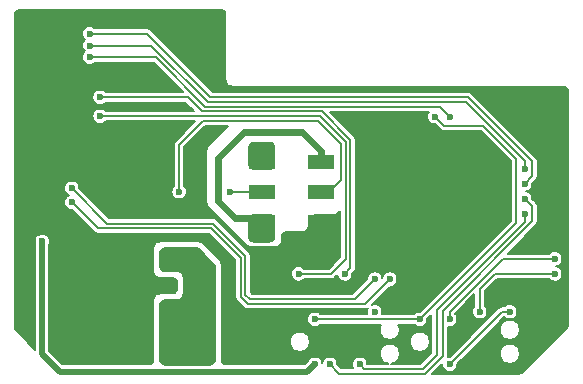
<source format=gbl>
%TF.GenerationSoftware,KiCad,Pcbnew,(5.1.6-0-10_14)*%
%TF.CreationDate,2021-08-10T12:06:40-04:00*%
%TF.ProjectId,fanboard,66616e62-6f61-4726-942e-6b696361645f,rev?*%
%TF.SameCoordinates,Original*%
%TF.FileFunction,Copper,L2,Bot*%
%TF.FilePolarity,Positive*%
%FSLAX46Y46*%
G04 Gerber Fmt 4.6, Leading zero omitted, Abs format (unit mm)*
G04 Created by KiCad (PCBNEW (5.1.6-0-10_14)) date 2021-08-10 12:06:40*
%MOMM*%
%LPD*%
G01*
G04 APERTURE LIST*
%TA.AperFunction,ViaPad*%
%ADD10C,0.508000*%
%TD*%
%TA.AperFunction,SMDPad,CuDef*%
%ADD11R,2.290000X1.270000*%
%TD*%
%TA.AperFunction,ViaPad*%
%ADD12C,0.600000*%
%TD*%
%TA.AperFunction,Conductor*%
%ADD13C,0.600000*%
%TD*%
%TA.AperFunction,Conductor*%
%ADD14C,0.500000*%
%TD*%
%TA.AperFunction,Conductor*%
%ADD15C,0.200000*%
%TD*%
%TA.AperFunction,Conductor*%
%ADD16C,0.150000*%
%TD*%
%TA.AperFunction,Conductor*%
%ADD17C,0.254000*%
%TD*%
G04 APERTURE END LIST*
D10*
%TO.N,GND*%
%TO.C,U3*%
X131375000Y-123100000D03*
X130375000Y-123100000D03*
X132375000Y-123100000D03*
X130375000Y-128600000D03*
X132375000Y-128600000D03*
X131375000Y-128600000D03*
X131375000Y-125070000D03*
X131375000Y-127130000D03*
X131375000Y-126100000D03*
%TD*%
%TO.N,/RTN*%
%TO.C,U2*%
X139225000Y-125500000D03*
X140375000Y-125500000D03*
X139800000Y-126450000D03*
X139800000Y-124550000D03*
%TD*%
%TO.N,GND*%
%TO.C,U4*%
X157850000Y-120099000D03*
X158500000Y-120749000D03*
X158500000Y-119449000D03*
X159150000Y-120124000D03*
X160850000Y-120099000D03*
X161500000Y-120749000D03*
X161500000Y-119449000D03*
X162150000Y-120099000D03*
X162150000Y-117099000D03*
X161500000Y-117749000D03*
X160850000Y-117099000D03*
X161500000Y-116449000D03*
X161500000Y-114749000D03*
X160850000Y-114099000D03*
X161500000Y-113449000D03*
X162150000Y-114099000D03*
X159150000Y-114099000D03*
X158500000Y-114749000D03*
X157850000Y-114099000D03*
X158500000Y-113449000D03*
X158500000Y-117749000D03*
X157850000Y-117099000D03*
X158500000Y-116449000D03*
X159150000Y-117124000D03*
X155500000Y-119449000D03*
X155500000Y-120749000D03*
X154850000Y-120099000D03*
X156150000Y-120099000D03*
X156150000Y-117099000D03*
X155500000Y-117749000D03*
X154850000Y-117099000D03*
X155500000Y-116449000D03*
X155500000Y-114749000D03*
X154850000Y-114099000D03*
X155500000Y-113449000D03*
X156150000Y-114099000D03*
%TD*%
D11*
%TO.P,J1,5*%
%TO.N,GND*%
X151025000Y-117540000D03*
%TO.P,J1,3*%
%TO.N,/RXD*%
X151025000Y-115000000D03*
%TO.P,J1,1*%
%TO.N,+20V*%
X151025000Y-112460000D03*
%TO.P,J1,6*%
X145975000Y-117540000D03*
%TO.P,J1,4*%
%TO.N,/TXD*%
X145975000Y-115000000D03*
%TO.P,J1,2*%
%TO.N,GND*%
X145975000Y-112460000D03*
%TD*%
D12*
%TO.N,GND*%
X145325000Y-111190000D03*
X146595000Y-111190000D03*
X153015000Y-129605000D03*
X163175000Y-129605000D03*
X145960000Y-111190000D03*
X170795000Y-123649000D03*
X138400000Y-123300000D03*
X138400000Y-122600000D03*
X143200000Y-121450000D03*
X143200000Y-120800000D03*
D10*
X138250000Y-107800000D03*
D12*
%TO.N,+20V*%
X146595000Y-118810000D03*
X145325000Y-118810000D03*
X145960000Y-118810000D03*
%TO.N,VCC*%
X150476001Y-129605000D03*
X127400000Y-119200000D03*
%TO.N,CC_nRESET*%
X150476001Y-125795000D03*
X159365000Y-125795000D03*
X160635000Y-108650000D03*
%TO.N,CC_JTAG_TDO*%
X155555000Y-125160000D03*
X170795000Y-120679000D03*
X161905000Y-125795000D03*
%TO.N,CC_JTAG_TCK*%
X154286001Y-129605000D03*
X168255000Y-116868998D03*
%TO.N,CC_JTAG_TMS*%
X151746001Y-129605000D03*
X168255000Y-115599000D03*
%TO.N,CC_FLASH_SPI_MOSI*%
X164445000Y-125160000D03*
X170795000Y-121949000D03*
%TO.N,CC_FLASH_SPI_nCS_IN*%
X161905000Y-129605000D03*
X166985000Y-125160000D03*
%TO.N,/RXD*%
X138991000Y-115000000D03*
%TO.N,/TXD*%
X143309000Y-115000000D03*
D10*
%TO.N,/RTN*%
X139800000Y-123300000D03*
X139805000Y-127700000D03*
X138400000Y-120700000D03*
X141200000Y-123300000D03*
X139800000Y-120700000D03*
X139800000Y-122000000D03*
X140600000Y-128800000D03*
X139005000Y-128800000D03*
X141200000Y-122000000D03*
D12*
%TO.N,SOP0*%
X161905000Y-108650000D03*
X131405000Y-103620000D03*
%TO.N,SOP1*%
X168255000Y-113058998D03*
X131405000Y-102620000D03*
%TO.N,SOP2*%
X131405000Y-101620000D03*
X168255000Y-114329000D03*
%TO.N,I2C_SDA*%
X156825000Y-122400000D03*
X129900000Y-115900000D03*
%TO.N,I2C_SCL*%
X129900000Y-114700000D03*
X155555000Y-122400000D03*
%TO.N,GT_PWM05*%
X149100000Y-121949000D03*
X132300000Y-108600000D03*
%TO.N,GT_PWM06*%
X132300000Y-107000000D03*
X153015000Y-121949000D03*
%TD*%
D13*
%TO.N,+20V*%
X145635000Y-117200000D02*
X145975000Y-117540000D01*
X144500000Y-109900000D02*
X142300000Y-112100000D01*
X142300000Y-115800000D02*
X143700000Y-117200000D01*
X151025000Y-111525000D02*
X149400000Y-109900000D01*
X142300000Y-112100000D02*
X142300000Y-115800000D01*
X149400000Y-109900000D02*
X144500000Y-109900000D01*
X143700000Y-117200000D02*
X145635000Y-117200000D01*
X151025000Y-112460000D02*
X151025000Y-111525000D01*
D14*
%TO.N,VCC*%
X128900000Y-130250000D02*
X149831001Y-130250000D01*
X127400000Y-128750000D02*
X128900000Y-130250000D01*
X149831001Y-130250000D02*
X150476001Y-129605000D01*
X127400000Y-119200000D02*
X127400000Y-128750000D01*
D15*
%TO.N,CC_nRESET*%
X150476001Y-125795000D02*
X159365000Y-125795000D01*
X167500000Y-117660000D02*
X159365000Y-125795000D01*
X167500000Y-112200000D02*
X167500000Y-117660000D01*
X164700000Y-109400000D02*
X167500000Y-112200000D01*
X161385000Y-109400000D02*
X164700000Y-109400000D01*
X160635000Y-108650000D02*
X161385000Y-109400000D01*
%TO.N,CC_JTAG_TDO*%
X166371000Y-120679000D02*
X170795000Y-120679000D01*
X161905000Y-125145000D02*
X166371000Y-120679000D01*
X161905000Y-125795000D02*
X161905000Y-125145000D01*
%TO.N,CC_JTAG_TCK*%
X160800000Y-128800000D02*
X160800000Y-125000000D01*
X154286001Y-129605000D02*
X154681001Y-130000000D01*
X154681001Y-130000000D02*
X159600000Y-130000000D01*
X160800000Y-125000000D02*
X168255000Y-117545000D01*
X159600000Y-130000000D02*
X160800000Y-128800000D01*
X168255000Y-117545000D02*
X168255000Y-116868998D01*
%TO.N,CC_JTAG_TMS*%
X161300000Y-128900000D02*
X161300000Y-125094000D01*
X159800000Y-130400000D02*
X161300000Y-128900000D01*
X152541001Y-130400000D02*
X159800000Y-130400000D01*
X151746001Y-129605000D02*
X152541001Y-130400000D01*
X168897000Y-116241000D02*
X168897000Y-117497000D01*
X168255000Y-115599000D02*
X168897000Y-116241000D01*
X161300000Y-125094000D02*
X168897000Y-117497000D01*
%TO.N,CC_FLASH_SPI_MOSI*%
X170794998Y-121948998D02*
X170795000Y-121949000D01*
X170795000Y-121949000D02*
X165751000Y-121949000D01*
X165751000Y-121949000D02*
X164445000Y-123255000D01*
X164445000Y-123255000D02*
X164445000Y-125160000D01*
%TO.N,CC_FLASH_SPI_nCS_IN*%
X166985000Y-125160000D02*
X166350000Y-125160000D01*
X166350000Y-125160000D02*
X161905000Y-129605000D01*
%TO.N,/RXD*%
X138991000Y-111009000D02*
X138991000Y-115000000D01*
X150755000Y-109000000D02*
X141000000Y-109000000D01*
X152700000Y-110945000D02*
X150755000Y-109000000D01*
X152700000Y-113975000D02*
X152700000Y-110945000D01*
X141000000Y-109000000D02*
X138991000Y-111009000D01*
X151675000Y-115000000D02*
X152700000Y-113975000D01*
X151025000Y-115000000D02*
X151675000Y-115000000D01*
%TO.N,/TXD*%
X145975000Y-115000000D02*
X143309000Y-115000000D01*
%TO.N,SOP0*%
X161055000Y-107800000D02*
X161905000Y-108650000D01*
X141200000Y-107800000D02*
X161055000Y-107800000D01*
X137020000Y-103620000D02*
X141200000Y-107800000D01*
X131405000Y-103620000D02*
X137020000Y-103620000D01*
%TO.N,SOP1*%
X168255000Y-112355000D02*
X168255000Y-113058998D01*
X163300000Y-107400000D02*
X168255000Y-112355000D01*
X136620000Y-102620000D02*
X141400000Y-107400000D01*
X141400000Y-107400000D02*
X163300000Y-107400000D01*
X131405000Y-102620000D02*
X136620000Y-102620000D01*
%TO.N,SOP2*%
X168900000Y-113684000D02*
X168255000Y-114329000D01*
X168900000Y-112434000D02*
X168900000Y-113684000D01*
X163466000Y-107000000D02*
X168900000Y-112434000D01*
X141634420Y-107000000D02*
X163466000Y-107000000D01*
X136254420Y-101620000D02*
X141634420Y-107000000D01*
X131405000Y-101620000D02*
X136254420Y-101620000D01*
%TO.N,I2C_SDA*%
X132100000Y-118100000D02*
X129900000Y-115900000D01*
X141700000Y-118100000D02*
X132100000Y-118100000D01*
X154725000Y-124500000D02*
X144800000Y-124500000D01*
X144200000Y-120600000D02*
X141700000Y-118100000D01*
X144200000Y-123900000D02*
X144200000Y-120600000D01*
X144800000Y-124500000D02*
X144200000Y-123900000D01*
X156825000Y-122400000D02*
X154725000Y-124500000D01*
%TO.N,I2C_SCL*%
X132900000Y-117700000D02*
X129900000Y-114700000D01*
X145000000Y-124100000D02*
X144600000Y-123700000D01*
X141900000Y-117700000D02*
X132900000Y-117700000D01*
X144600000Y-120400000D02*
X141900000Y-117700000D01*
X144600000Y-123700000D02*
X144600000Y-120400000D01*
X153855000Y-124100000D02*
X145000000Y-124100000D01*
X155555000Y-122400000D02*
X153855000Y-124100000D01*
%TO.N,GT_PWM05*%
X132300000Y-108600000D02*
X150920699Y-108600000D01*
X151851000Y-121949000D02*
X149100000Y-121949000D01*
X150920699Y-108600000D02*
X153100000Y-110779301D01*
X153100000Y-110779301D02*
X153100000Y-120700000D01*
X153100000Y-120700000D02*
X151851000Y-121949000D01*
%TO.N,GT_PWM06*%
X153500000Y-110600000D02*
X151100000Y-108200000D01*
X151100000Y-108200000D02*
X140900000Y-108200000D01*
X153015000Y-121949000D02*
X153500000Y-121464000D01*
X139700000Y-107000000D02*
X132300000Y-107000000D01*
X140900000Y-108200000D02*
X139700000Y-107000000D01*
X153500000Y-121464000D02*
X153500000Y-110600000D01*
%TD*%
D16*
%TO.N,+20V*%
G36*
X146729830Y-117000106D02*
G01*
X146832178Y-117042500D01*
X146920063Y-117109937D01*
X146987500Y-117197822D01*
X147029894Y-117300170D01*
X147045000Y-117414912D01*
X147045000Y-118795088D01*
X147029894Y-118909830D01*
X146987500Y-119012178D01*
X146920063Y-119100063D01*
X146832178Y-119167500D01*
X146729830Y-119209894D01*
X146615088Y-119225000D01*
X145334912Y-119225000D01*
X145220170Y-119209894D01*
X145117822Y-119167500D01*
X145029937Y-119100063D01*
X144962500Y-119012178D01*
X144920106Y-118909830D01*
X144905000Y-118795088D01*
X144905000Y-117414912D01*
X144920106Y-117300170D01*
X144962500Y-117197822D01*
X145029937Y-117109937D01*
X145117822Y-117042500D01*
X145220170Y-117000106D01*
X145334912Y-116985000D01*
X146615088Y-116985000D01*
X146729830Y-117000106D01*
G37*
X146729830Y-117000106D02*
X146832178Y-117042500D01*
X146920063Y-117109937D01*
X146987500Y-117197822D01*
X147029894Y-117300170D01*
X147045000Y-117414912D01*
X147045000Y-118795088D01*
X147029894Y-118909830D01*
X146987500Y-119012178D01*
X146920063Y-119100063D01*
X146832178Y-119167500D01*
X146729830Y-119209894D01*
X146615088Y-119225000D01*
X145334912Y-119225000D01*
X145220170Y-119209894D01*
X145117822Y-119167500D01*
X145029937Y-119100063D01*
X144962500Y-119012178D01*
X144920106Y-118909830D01*
X144905000Y-118795088D01*
X144905000Y-117414912D01*
X144920106Y-117300170D01*
X144962500Y-117197822D01*
X145029937Y-117109937D01*
X145117822Y-117042500D01*
X145220170Y-117000106D01*
X145334912Y-116985000D01*
X146615088Y-116985000D01*
X146729830Y-117000106D01*
D17*
%TO.N,GND*%
G36*
X146696257Y-110840769D02*
G01*
X146785955Y-110877923D01*
X146862976Y-110937024D01*
X146922077Y-111014045D01*
X146959231Y-111103743D01*
X146973000Y-111208328D01*
X146973000Y-112591672D01*
X146959231Y-112696257D01*
X146922077Y-112785955D01*
X146862976Y-112862976D01*
X146785955Y-112922077D01*
X146696257Y-112959231D01*
X146591672Y-112973000D01*
X145308328Y-112973000D01*
X145203743Y-112959231D01*
X145114045Y-112922077D01*
X145037024Y-112862976D01*
X144977923Y-112785955D01*
X144940769Y-112696257D01*
X144927000Y-112591672D01*
X144927000Y-111208328D01*
X144940769Y-111103743D01*
X144977923Y-111014045D01*
X145037024Y-110937024D01*
X145114045Y-110877923D01*
X145203743Y-110840769D01*
X145247563Y-110835000D01*
X146652437Y-110835000D01*
X146696257Y-110840769D01*
G37*
X146696257Y-110840769D02*
X146785955Y-110877923D01*
X146862976Y-110937024D01*
X146922077Y-111014045D01*
X146959231Y-111103743D01*
X146973000Y-111208328D01*
X146973000Y-112591672D01*
X146959231Y-112696257D01*
X146922077Y-112785955D01*
X146862976Y-112862976D01*
X146785955Y-112922077D01*
X146696257Y-112959231D01*
X146591672Y-112973000D01*
X145308328Y-112973000D01*
X145203743Y-112959231D01*
X145114045Y-112922077D01*
X145037024Y-112862976D01*
X144977923Y-112785955D01*
X144940769Y-112696257D01*
X144927000Y-112591672D01*
X144927000Y-111208328D01*
X144940769Y-111103743D01*
X144977923Y-111014045D01*
X145037024Y-110937024D01*
X145114045Y-110877923D01*
X145203743Y-110840769D01*
X145247563Y-110835000D01*
X146652437Y-110835000D01*
X146696257Y-110840769D01*
D16*
%TO.N,/RTN*%
G36*
X140502723Y-119790106D02*
G01*
X140605071Y-119832500D01*
X140647729Y-119865233D01*
X141897152Y-121103250D01*
X141967500Y-121194929D01*
X142009894Y-121297277D01*
X142025000Y-121412019D01*
X142025000Y-129195088D01*
X142009894Y-129309830D01*
X141967500Y-129412178D01*
X141900063Y-129500063D01*
X141812178Y-129567500D01*
X141709830Y-129609894D01*
X141595088Y-129625000D01*
X137804912Y-129625000D01*
X137690170Y-129609894D01*
X137587822Y-129567500D01*
X137499937Y-129500063D01*
X137432500Y-129412178D01*
X137390106Y-129309830D01*
X137375000Y-129195088D01*
X137375000Y-124604912D01*
X137390106Y-124490170D01*
X137432500Y-124387822D01*
X137499937Y-124299937D01*
X137587822Y-124232500D01*
X137690170Y-124190106D01*
X137804912Y-124175000D01*
X138800000Y-124175000D01*
X138809789Y-124174358D01*
X138939199Y-124157321D01*
X138958111Y-124152254D01*
X139078701Y-124102304D01*
X139095657Y-124092514D01*
X139199210Y-124013054D01*
X139213054Y-123999210D01*
X139292514Y-123895657D01*
X139302304Y-123878701D01*
X139352254Y-123758111D01*
X139357321Y-123739199D01*
X139374358Y-123609789D01*
X139375000Y-123600000D01*
X139375000Y-122300000D01*
X139374358Y-122290211D01*
X139357321Y-122160801D01*
X139352254Y-122141889D01*
X139302304Y-122021299D01*
X139292514Y-122004343D01*
X139213054Y-121900790D01*
X139199210Y-121886946D01*
X139095657Y-121807486D01*
X139078701Y-121797696D01*
X138958111Y-121747746D01*
X138939199Y-121742679D01*
X138809789Y-121725642D01*
X138800000Y-121725000D01*
X137804912Y-121725000D01*
X137690170Y-121709894D01*
X137587822Y-121667500D01*
X137499937Y-121600063D01*
X137432500Y-121512178D01*
X137390106Y-121409830D01*
X137375000Y-121295088D01*
X137375000Y-120204912D01*
X137390106Y-120090170D01*
X137432500Y-119987822D01*
X137499937Y-119899937D01*
X137587822Y-119832500D01*
X137690170Y-119790106D01*
X137804912Y-119775000D01*
X140387981Y-119775000D01*
X140502723Y-119790106D01*
G37*
X140502723Y-119790106D02*
X140605071Y-119832500D01*
X140647729Y-119865233D01*
X141897152Y-121103250D01*
X141967500Y-121194929D01*
X142009894Y-121297277D01*
X142025000Y-121412019D01*
X142025000Y-129195088D01*
X142009894Y-129309830D01*
X141967500Y-129412178D01*
X141900063Y-129500063D01*
X141812178Y-129567500D01*
X141709830Y-129609894D01*
X141595088Y-129625000D01*
X137804912Y-129625000D01*
X137690170Y-129609894D01*
X137587822Y-129567500D01*
X137499937Y-129500063D01*
X137432500Y-129412178D01*
X137390106Y-129309830D01*
X137375000Y-129195088D01*
X137375000Y-124604912D01*
X137390106Y-124490170D01*
X137432500Y-124387822D01*
X137499937Y-124299937D01*
X137587822Y-124232500D01*
X137690170Y-124190106D01*
X137804912Y-124175000D01*
X138800000Y-124175000D01*
X138809789Y-124174358D01*
X138939199Y-124157321D01*
X138958111Y-124152254D01*
X139078701Y-124102304D01*
X139095657Y-124092514D01*
X139199210Y-124013054D01*
X139213054Y-123999210D01*
X139292514Y-123895657D01*
X139302304Y-123878701D01*
X139352254Y-123758111D01*
X139357321Y-123739199D01*
X139374358Y-123609789D01*
X139375000Y-123600000D01*
X139375000Y-122300000D01*
X139374358Y-122290211D01*
X139357321Y-122160801D01*
X139352254Y-122141889D01*
X139302304Y-122021299D01*
X139292514Y-122004343D01*
X139213054Y-121900790D01*
X139199210Y-121886946D01*
X139095657Y-121807486D01*
X139078701Y-121797696D01*
X138958111Y-121747746D01*
X138939199Y-121742679D01*
X138809789Y-121725642D01*
X138800000Y-121725000D01*
X137804912Y-121725000D01*
X137690170Y-121709894D01*
X137587822Y-121667500D01*
X137499937Y-121600063D01*
X137432500Y-121512178D01*
X137390106Y-121409830D01*
X137375000Y-121295088D01*
X137375000Y-120204912D01*
X137390106Y-120090170D01*
X137432500Y-119987822D01*
X137499937Y-119899937D01*
X137587822Y-119832500D01*
X137690170Y-119790106D01*
X137804912Y-119775000D01*
X140387981Y-119775000D01*
X140502723Y-119790106D01*
D15*
%TO.N,GND*%
G36*
X142603307Y-99614464D02*
G01*
X142699567Y-99654336D01*
X142782232Y-99717768D01*
X142845664Y-99800433D01*
X142885536Y-99896693D01*
X142900000Y-100006559D01*
X142900000Y-105500000D01*
X142900855Y-105513053D01*
X142917892Y-105642463D01*
X142924649Y-105667678D01*
X142974599Y-105788268D01*
X142987652Y-105810877D01*
X143067112Y-105914430D01*
X143085570Y-105932888D01*
X143189123Y-106012348D01*
X143211732Y-106025401D01*
X143332322Y-106075351D01*
X143357537Y-106082108D01*
X143486947Y-106099145D01*
X143500000Y-106100000D01*
X171493441Y-106100000D01*
X171603307Y-106114464D01*
X171699567Y-106154336D01*
X171782232Y-106217768D01*
X171845664Y-106300433D01*
X171885536Y-106396693D01*
X171900000Y-106506559D01*
X171900000Y-126286334D01*
X171885536Y-126396200D01*
X171845663Y-126492462D01*
X171778212Y-126580366D01*
X168080366Y-130278212D01*
X167992462Y-130345663D01*
X167896200Y-130385536D01*
X167786334Y-130400000D01*
X160436395Y-130400000D01*
X161255000Y-129581396D01*
X161255000Y-129669019D01*
X161279979Y-129794598D01*
X161328978Y-129912890D01*
X161400112Y-130019351D01*
X161490649Y-130109888D01*
X161597110Y-130181022D01*
X161715402Y-130230021D01*
X161840981Y-130255000D01*
X161969019Y-130255000D01*
X162094598Y-130230021D01*
X162212890Y-130181022D01*
X162319351Y-130109888D01*
X162409888Y-130019351D01*
X162481022Y-129912890D01*
X162530021Y-129794598D01*
X162555000Y-129669019D01*
X162555000Y-129591395D01*
X163514669Y-128631726D01*
X166139500Y-128631726D01*
X166139500Y-128798274D01*
X166171992Y-128961623D01*
X166235728Y-129115494D01*
X166328257Y-129253975D01*
X166446025Y-129371743D01*
X166584506Y-129464272D01*
X166738377Y-129528008D01*
X166901726Y-129560500D01*
X167068274Y-129560500D01*
X167231623Y-129528008D01*
X167385494Y-129464272D01*
X167523975Y-129371743D01*
X167641743Y-129253975D01*
X167734272Y-129115494D01*
X167798008Y-128961623D01*
X167830500Y-128798274D01*
X167830500Y-128631726D01*
X167798008Y-128468377D01*
X167734272Y-128314506D01*
X167641743Y-128176025D01*
X167523975Y-128058257D01*
X167385494Y-127965728D01*
X167231623Y-127901992D01*
X167068274Y-127869500D01*
X166901726Y-127869500D01*
X166738377Y-127901992D01*
X166584506Y-127965728D01*
X166446025Y-128058257D01*
X166328257Y-128176025D01*
X166235728Y-128314506D01*
X166171992Y-128468377D01*
X166139500Y-128631726D01*
X163514669Y-128631726D01*
X165544669Y-126601726D01*
X166139500Y-126601726D01*
X166139500Y-126768274D01*
X166171992Y-126931623D01*
X166235728Y-127085494D01*
X166328257Y-127223975D01*
X166446025Y-127341743D01*
X166584506Y-127434272D01*
X166738377Y-127498008D01*
X166901726Y-127530500D01*
X167068274Y-127530500D01*
X167231623Y-127498008D01*
X167385494Y-127434272D01*
X167523975Y-127341743D01*
X167641743Y-127223975D01*
X167734272Y-127085494D01*
X167798008Y-126931623D01*
X167830500Y-126768274D01*
X167830500Y-126601726D01*
X167798008Y-126438377D01*
X167734272Y-126284506D01*
X167641743Y-126146025D01*
X167523975Y-126028257D01*
X167385494Y-125935728D01*
X167231623Y-125871992D01*
X167068274Y-125839500D01*
X166901726Y-125839500D01*
X166738377Y-125871992D01*
X166584506Y-125935728D01*
X166446025Y-126028257D01*
X166328257Y-126146025D01*
X166235728Y-126284506D01*
X166171992Y-126438377D01*
X166139500Y-126601726D01*
X165544669Y-126601726D01*
X166526078Y-125620317D01*
X166570649Y-125664888D01*
X166677110Y-125736022D01*
X166795402Y-125785021D01*
X166920981Y-125810000D01*
X167049019Y-125810000D01*
X167174598Y-125785021D01*
X167292890Y-125736022D01*
X167399351Y-125664888D01*
X167489888Y-125574351D01*
X167561022Y-125467890D01*
X167610021Y-125349598D01*
X167635000Y-125224019D01*
X167635000Y-125095981D01*
X167610021Y-124970402D01*
X167561022Y-124852110D01*
X167489888Y-124745649D01*
X167399351Y-124655112D01*
X167292890Y-124583978D01*
X167174598Y-124534979D01*
X167049019Y-124510000D01*
X166920981Y-124510000D01*
X166795402Y-124534979D01*
X166677110Y-124583978D01*
X166570649Y-124655112D01*
X166515761Y-124710000D01*
X166372091Y-124710000D01*
X166349999Y-124707824D01*
X166327907Y-124710000D01*
X166327895Y-124710000D01*
X166261785Y-124716511D01*
X166176959Y-124742243D01*
X166098783Y-124784029D01*
X166047432Y-124826172D01*
X166047428Y-124826176D01*
X166030263Y-124840263D01*
X166016176Y-124857428D01*
X161918605Y-128955000D01*
X161840981Y-128955000D01*
X161744878Y-128974116D01*
X161750000Y-128922105D01*
X161750000Y-128922093D01*
X161752176Y-128900001D01*
X161750000Y-128877909D01*
X161750000Y-126426903D01*
X161840981Y-126445000D01*
X161969019Y-126445000D01*
X162094598Y-126420021D01*
X162212890Y-126371022D01*
X162319351Y-126299888D01*
X162409888Y-126209351D01*
X162481022Y-126102890D01*
X162530021Y-125984598D01*
X162555000Y-125859019D01*
X162555000Y-125730981D01*
X162530021Y-125605402D01*
X162481022Y-125487110D01*
X162409888Y-125380649D01*
X162357817Y-125328578D01*
X163995000Y-123691395D01*
X163995001Y-124690760D01*
X163940112Y-124745649D01*
X163868978Y-124852110D01*
X163819979Y-124970402D01*
X163795000Y-125095981D01*
X163795000Y-125224019D01*
X163819979Y-125349598D01*
X163868978Y-125467890D01*
X163940112Y-125574351D01*
X164030649Y-125664888D01*
X164137110Y-125736022D01*
X164255402Y-125785021D01*
X164380981Y-125810000D01*
X164509019Y-125810000D01*
X164634598Y-125785021D01*
X164752890Y-125736022D01*
X164859351Y-125664888D01*
X164949888Y-125574351D01*
X165021022Y-125467890D01*
X165070021Y-125349598D01*
X165095000Y-125224019D01*
X165095000Y-125095981D01*
X165070021Y-124970402D01*
X165021022Y-124852110D01*
X164949888Y-124745649D01*
X164895000Y-124690761D01*
X164895000Y-123441395D01*
X165937396Y-122399000D01*
X170325761Y-122399000D01*
X170380649Y-122453888D01*
X170487110Y-122525022D01*
X170605402Y-122574021D01*
X170730981Y-122599000D01*
X170859019Y-122599000D01*
X170984598Y-122574021D01*
X171102890Y-122525022D01*
X171209351Y-122453888D01*
X171299888Y-122363351D01*
X171371022Y-122256890D01*
X171420021Y-122138598D01*
X171445000Y-122013019D01*
X171445000Y-121884981D01*
X171420021Y-121759402D01*
X171371022Y-121641110D01*
X171299888Y-121534649D01*
X171209351Y-121444112D01*
X171102890Y-121372978D01*
X170984598Y-121323979D01*
X170934430Y-121314000D01*
X170984598Y-121304021D01*
X171102890Y-121255022D01*
X171209351Y-121183888D01*
X171299888Y-121093351D01*
X171371022Y-120986890D01*
X171420021Y-120868598D01*
X171445000Y-120743019D01*
X171445000Y-120614981D01*
X171420021Y-120489402D01*
X171371022Y-120371110D01*
X171299888Y-120264649D01*
X171209351Y-120174112D01*
X171102890Y-120102978D01*
X170984598Y-120053979D01*
X170859019Y-120029000D01*
X170730981Y-120029000D01*
X170605402Y-120053979D01*
X170487110Y-120102978D01*
X170380649Y-120174112D01*
X170325761Y-120229000D01*
X166801396Y-120229000D01*
X169199572Y-117830824D01*
X169216737Y-117816737D01*
X169230824Y-117799572D01*
X169230828Y-117799568D01*
X169272971Y-117748217D01*
X169298743Y-117700000D01*
X169314757Y-117670041D01*
X169340489Y-117585215D01*
X169347000Y-117519105D01*
X169347000Y-117519093D01*
X169349176Y-117497001D01*
X169347000Y-117474909D01*
X169347000Y-116263094D01*
X169349176Y-116240999D01*
X169347000Y-116218905D01*
X169347000Y-116218895D01*
X169340489Y-116152785D01*
X169314757Y-116067959D01*
X169285568Y-116013351D01*
X169272971Y-115989783D01*
X169230828Y-115938432D01*
X169230824Y-115938428D01*
X169216737Y-115921263D01*
X169199573Y-115907177D01*
X168905000Y-115612604D01*
X168905000Y-115534981D01*
X168880021Y-115409402D01*
X168831022Y-115291110D01*
X168759888Y-115184649D01*
X168669351Y-115094112D01*
X168562890Y-115022978D01*
X168444598Y-114973979D01*
X168394430Y-114964000D01*
X168444598Y-114954021D01*
X168562890Y-114905022D01*
X168669351Y-114833888D01*
X168759888Y-114743351D01*
X168831022Y-114636890D01*
X168880021Y-114518598D01*
X168905000Y-114393019D01*
X168905000Y-114315396D01*
X169202572Y-114017824D01*
X169219737Y-114003737D01*
X169233824Y-113986572D01*
X169233828Y-113986568D01*
X169275971Y-113935217D01*
X169317757Y-113857041D01*
X169327746Y-113824112D01*
X169343489Y-113772215D01*
X169350000Y-113706105D01*
X169350000Y-113706094D01*
X169352176Y-113684000D01*
X169350000Y-113661906D01*
X169350000Y-112456091D01*
X169352176Y-112433999D01*
X169350000Y-112411907D01*
X169350000Y-112411895D01*
X169343489Y-112345785D01*
X169317757Y-112260959D01*
X169297561Y-112223175D01*
X169275971Y-112182782D01*
X169233828Y-112131432D01*
X169233824Y-112131428D01*
X169219737Y-112114263D01*
X169202573Y-112100177D01*
X163799827Y-106697432D01*
X163785737Y-106680263D01*
X163717216Y-106624029D01*
X163639041Y-106582243D01*
X163554215Y-106556511D01*
X163488105Y-106550000D01*
X163488094Y-106550000D01*
X163466000Y-106547824D01*
X163443906Y-106550000D01*
X141820816Y-106550000D01*
X136588249Y-101317434D01*
X136574157Y-101300263D01*
X136505636Y-101244029D01*
X136427461Y-101202243D01*
X136342635Y-101176511D01*
X136276525Y-101170000D01*
X136276514Y-101170000D01*
X136254420Y-101167824D01*
X136232326Y-101170000D01*
X131874239Y-101170000D01*
X131819351Y-101115112D01*
X131712890Y-101043978D01*
X131594598Y-100994979D01*
X131469019Y-100970000D01*
X131340981Y-100970000D01*
X131215402Y-100994979D01*
X131097110Y-101043978D01*
X130990649Y-101115112D01*
X130900112Y-101205649D01*
X130828978Y-101312110D01*
X130779979Y-101430402D01*
X130755000Y-101555981D01*
X130755000Y-101684019D01*
X130779979Y-101809598D01*
X130828978Y-101927890D01*
X130900112Y-102034351D01*
X130985761Y-102120000D01*
X130900112Y-102205649D01*
X130828978Y-102312110D01*
X130779979Y-102430402D01*
X130755000Y-102555981D01*
X130755000Y-102684019D01*
X130779979Y-102809598D01*
X130828978Y-102927890D01*
X130900112Y-103034351D01*
X130985761Y-103120000D01*
X130900112Y-103205649D01*
X130828978Y-103312110D01*
X130779979Y-103430402D01*
X130755000Y-103555981D01*
X130755000Y-103684019D01*
X130779979Y-103809598D01*
X130828978Y-103927890D01*
X130900112Y-104034351D01*
X130990649Y-104124888D01*
X131097110Y-104196022D01*
X131215402Y-104245021D01*
X131340981Y-104270000D01*
X131469019Y-104270000D01*
X131594598Y-104245021D01*
X131712890Y-104196022D01*
X131819351Y-104124888D01*
X131874239Y-104070000D01*
X136833605Y-104070000D01*
X139313604Y-106550000D01*
X132769239Y-106550000D01*
X132714351Y-106495112D01*
X132607890Y-106423978D01*
X132489598Y-106374979D01*
X132364019Y-106350000D01*
X132235981Y-106350000D01*
X132110402Y-106374979D01*
X131992110Y-106423978D01*
X131885649Y-106495112D01*
X131795112Y-106585649D01*
X131723978Y-106692110D01*
X131674979Y-106810402D01*
X131650000Y-106935981D01*
X131650000Y-107064019D01*
X131674979Y-107189598D01*
X131723978Y-107307890D01*
X131795112Y-107414351D01*
X131885649Y-107504888D01*
X131992110Y-107576022D01*
X132110402Y-107625021D01*
X132235981Y-107650000D01*
X132364019Y-107650000D01*
X132489598Y-107625021D01*
X132607890Y-107576022D01*
X132714351Y-107504888D01*
X132769239Y-107450000D01*
X139513605Y-107450000D01*
X140213604Y-108150000D01*
X132769239Y-108150000D01*
X132714351Y-108095112D01*
X132607890Y-108023978D01*
X132489598Y-107974979D01*
X132364019Y-107950000D01*
X132235981Y-107950000D01*
X132110402Y-107974979D01*
X131992110Y-108023978D01*
X131885649Y-108095112D01*
X131795112Y-108185649D01*
X131723978Y-108292110D01*
X131674979Y-108410402D01*
X131650000Y-108535981D01*
X131650000Y-108664019D01*
X131674979Y-108789598D01*
X131723978Y-108907890D01*
X131795112Y-109014351D01*
X131885649Y-109104888D01*
X131992110Y-109176022D01*
X132110402Y-109225021D01*
X132235981Y-109250000D01*
X132364019Y-109250000D01*
X132489598Y-109225021D01*
X132607890Y-109176022D01*
X132714351Y-109104888D01*
X132769239Y-109050000D01*
X140313604Y-109050000D01*
X138688434Y-110675171D01*
X138671263Y-110689263D01*
X138657172Y-110706433D01*
X138615029Y-110757784D01*
X138600177Y-110785570D01*
X138573243Y-110835960D01*
X138547511Y-110920786D01*
X138541000Y-110986896D01*
X138541000Y-110986906D01*
X138538824Y-111009000D01*
X138541000Y-111031094D01*
X138541001Y-114530760D01*
X138486112Y-114585649D01*
X138414978Y-114692110D01*
X138365979Y-114810402D01*
X138341000Y-114935981D01*
X138341000Y-115064019D01*
X138365979Y-115189598D01*
X138414978Y-115307890D01*
X138486112Y-115414351D01*
X138576649Y-115504888D01*
X138683110Y-115576022D01*
X138801402Y-115625021D01*
X138926981Y-115650000D01*
X139055019Y-115650000D01*
X139180598Y-115625021D01*
X139298890Y-115576022D01*
X139405351Y-115504888D01*
X139495888Y-115414351D01*
X139567022Y-115307890D01*
X139616021Y-115189598D01*
X139641000Y-115064019D01*
X139641000Y-114935981D01*
X139616021Y-114810402D01*
X139567022Y-114692110D01*
X139495888Y-114585649D01*
X139441000Y-114530761D01*
X139441000Y-111195395D01*
X141186396Y-109450000D01*
X143108578Y-109450000D01*
X141475736Y-111082842D01*
X141467112Y-111092677D01*
X141387652Y-111196231D01*
X141374599Y-111218839D01*
X141324649Y-111339429D01*
X141317892Y-111364644D01*
X141300855Y-111494054D01*
X141300000Y-111507107D01*
X141300000Y-115892893D01*
X141300855Y-115905946D01*
X141317892Y-116035356D01*
X141324649Y-116060571D01*
X141374599Y-116181161D01*
X141387652Y-116203769D01*
X141467112Y-116307323D01*
X141475736Y-116317158D01*
X144682842Y-119524264D01*
X144692677Y-119532888D01*
X144796231Y-119612348D01*
X144818839Y-119625401D01*
X144939429Y-119675351D01*
X144964644Y-119682108D01*
X145094054Y-119699145D01*
X145107107Y-119700000D01*
X147100000Y-119700000D01*
X147113053Y-119699145D01*
X147242463Y-119682108D01*
X147267678Y-119675351D01*
X147388268Y-119625401D01*
X147410877Y-119612348D01*
X147514430Y-119532888D01*
X147532888Y-119514430D01*
X147612348Y-119410877D01*
X147625401Y-119388268D01*
X147675351Y-119267678D01*
X147682108Y-119242463D01*
X147699145Y-119113053D01*
X147700000Y-119100000D01*
X147700000Y-118806559D01*
X147714464Y-118696693D01*
X147754336Y-118600433D01*
X147817768Y-118517768D01*
X147900433Y-118454336D01*
X147996693Y-118414464D01*
X148106559Y-118400000D01*
X149400000Y-118400000D01*
X149413053Y-118399145D01*
X149542463Y-118382108D01*
X149567678Y-118375351D01*
X149688268Y-118325401D01*
X149710877Y-118312348D01*
X149759549Y-118275000D01*
X149770000Y-118275000D01*
X149789509Y-118273079D01*
X149808268Y-118267388D01*
X149825557Y-118258147D01*
X149840711Y-118245711D01*
X149853147Y-118230557D01*
X149862388Y-118213268D01*
X149868079Y-118194509D01*
X149870000Y-118175000D01*
X149870000Y-118166065D01*
X149912348Y-118110877D01*
X149925401Y-118088268D01*
X149975351Y-117967678D01*
X149982108Y-117942463D01*
X149999145Y-117813053D01*
X150000000Y-117800000D01*
X150000000Y-117406559D01*
X150014464Y-117296693D01*
X150054336Y-117200433D01*
X150117768Y-117117768D01*
X150200433Y-117054336D01*
X150296693Y-117014464D01*
X150406559Y-117000000D01*
X151992893Y-117000000D01*
X152005946Y-116999145D01*
X152135356Y-116982108D01*
X152160571Y-116975351D01*
X152281161Y-116925401D01*
X152303769Y-116912348D01*
X152407323Y-116832888D01*
X152417158Y-116824264D01*
X152650000Y-116591422D01*
X152650001Y-120513603D01*
X151664605Y-121499000D01*
X149569239Y-121499000D01*
X149514351Y-121444112D01*
X149407890Y-121372978D01*
X149289598Y-121323979D01*
X149164019Y-121299000D01*
X149035981Y-121299000D01*
X148910402Y-121323979D01*
X148792110Y-121372978D01*
X148685649Y-121444112D01*
X148595112Y-121534649D01*
X148523978Y-121641110D01*
X148474979Y-121759402D01*
X148450000Y-121884981D01*
X148450000Y-122013019D01*
X148474979Y-122138598D01*
X148523978Y-122256890D01*
X148595112Y-122363351D01*
X148685649Y-122453888D01*
X148792110Y-122525022D01*
X148910402Y-122574021D01*
X149035981Y-122599000D01*
X149164019Y-122599000D01*
X149289598Y-122574021D01*
X149407890Y-122525022D01*
X149514351Y-122453888D01*
X149569239Y-122399000D01*
X151828906Y-122399000D01*
X151851000Y-122401176D01*
X151873094Y-122399000D01*
X151873105Y-122399000D01*
X151939215Y-122392489D01*
X152024041Y-122366757D01*
X152102216Y-122324971D01*
X152170737Y-122268737D01*
X152184830Y-122251565D01*
X152374685Y-122061710D01*
X152389979Y-122138598D01*
X152438978Y-122256890D01*
X152510112Y-122363351D01*
X152600649Y-122453888D01*
X152707110Y-122525022D01*
X152825402Y-122574021D01*
X152950981Y-122599000D01*
X153079019Y-122599000D01*
X153204598Y-122574021D01*
X153322890Y-122525022D01*
X153429351Y-122453888D01*
X153519888Y-122363351D01*
X153591022Y-122256890D01*
X153640021Y-122138598D01*
X153665000Y-122013019D01*
X153665000Y-121935396D01*
X153802573Y-121797823D01*
X153819737Y-121783737D01*
X153833824Y-121766572D01*
X153833828Y-121766568D01*
X153875971Y-121715217D01*
X153917757Y-121637041D01*
X153924391Y-121615172D01*
X153943489Y-121552215D01*
X153950000Y-121486105D01*
X153950000Y-121486094D01*
X153952176Y-121464000D01*
X153950000Y-121441906D01*
X153950000Y-110622094D01*
X153952176Y-110600000D01*
X153950000Y-110577906D01*
X153950000Y-110577895D01*
X153943489Y-110511785D01*
X153917757Y-110426959D01*
X153905127Y-110403330D01*
X153875971Y-110348783D01*
X153833828Y-110297432D01*
X153833824Y-110297428D01*
X153819737Y-110280263D01*
X153802572Y-110266176D01*
X151786395Y-108250000D01*
X160120523Y-108250000D01*
X160058978Y-108342110D01*
X160009979Y-108460402D01*
X159985000Y-108585981D01*
X159985000Y-108714019D01*
X160009979Y-108839598D01*
X160058978Y-108957890D01*
X160130112Y-109064351D01*
X160220649Y-109154888D01*
X160327110Y-109226022D01*
X160445402Y-109275021D01*
X160570981Y-109300000D01*
X160648605Y-109300000D01*
X161051176Y-109702572D01*
X161065263Y-109719737D01*
X161082428Y-109733824D01*
X161082432Y-109733828D01*
X161133783Y-109775971D01*
X161211959Y-109817757D01*
X161296785Y-109843489D01*
X161362895Y-109850000D01*
X161362905Y-109850000D01*
X161384999Y-109852176D01*
X161407093Y-109850000D01*
X164513605Y-109850000D01*
X167050000Y-112386396D01*
X167050001Y-117473603D01*
X159378605Y-125145000D01*
X159300981Y-125145000D01*
X159175402Y-125169979D01*
X159057110Y-125218978D01*
X158950649Y-125290112D01*
X158895761Y-125345000D01*
X156180936Y-125345000D01*
X156205000Y-125224019D01*
X156205000Y-125095981D01*
X156180021Y-124970402D01*
X156131022Y-124852110D01*
X156059888Y-124745649D01*
X155969351Y-124655112D01*
X155862890Y-124583978D01*
X155744598Y-124534979D01*
X155619019Y-124510000D01*
X155490981Y-124510000D01*
X155365402Y-124534979D01*
X155298848Y-124562547D01*
X156811396Y-123050000D01*
X156889019Y-123050000D01*
X157014598Y-123025021D01*
X157132890Y-122976022D01*
X157239351Y-122904888D01*
X157329888Y-122814351D01*
X157401022Y-122707890D01*
X157450021Y-122589598D01*
X157475000Y-122464019D01*
X157475000Y-122335981D01*
X157450021Y-122210402D01*
X157401022Y-122092110D01*
X157329888Y-121985649D01*
X157239351Y-121895112D01*
X157132890Y-121823978D01*
X157014598Y-121774979D01*
X156889019Y-121750000D01*
X156760981Y-121750000D01*
X156635402Y-121774979D01*
X156517110Y-121823978D01*
X156410649Y-121895112D01*
X156320112Y-121985649D01*
X156248978Y-122092110D01*
X156199979Y-122210402D01*
X156190000Y-122260570D01*
X156180021Y-122210402D01*
X156131022Y-122092110D01*
X156059888Y-121985649D01*
X155969351Y-121895112D01*
X155862890Y-121823978D01*
X155744598Y-121774979D01*
X155619019Y-121750000D01*
X155490981Y-121750000D01*
X155365402Y-121774979D01*
X155247110Y-121823978D01*
X155140649Y-121895112D01*
X155050112Y-121985649D01*
X154978978Y-122092110D01*
X154929979Y-122210402D01*
X154905000Y-122335981D01*
X154905000Y-122413604D01*
X153668605Y-123650000D01*
X145186396Y-123650000D01*
X145050000Y-123513605D01*
X145050000Y-120422094D01*
X145052176Y-120400000D01*
X145050000Y-120377906D01*
X145050000Y-120377895D01*
X145043489Y-120311785D01*
X145017757Y-120226959D01*
X145016191Y-120224029D01*
X144975971Y-120148783D01*
X144933828Y-120097432D01*
X144933824Y-120097428D01*
X144919737Y-120080263D01*
X144902572Y-120066176D01*
X142233827Y-117397432D01*
X142219737Y-117380263D01*
X142151216Y-117324029D01*
X142073041Y-117282243D01*
X141988215Y-117256511D01*
X141922105Y-117250000D01*
X141922094Y-117250000D01*
X141900000Y-117247824D01*
X141877906Y-117250000D01*
X133086396Y-117250000D01*
X130550000Y-114713605D01*
X130550000Y-114635981D01*
X130525021Y-114510402D01*
X130476022Y-114392110D01*
X130404888Y-114285649D01*
X130314351Y-114195112D01*
X130207890Y-114123978D01*
X130089598Y-114074979D01*
X129964019Y-114050000D01*
X129835981Y-114050000D01*
X129710402Y-114074979D01*
X129592110Y-114123978D01*
X129485649Y-114195112D01*
X129395112Y-114285649D01*
X129323978Y-114392110D01*
X129274979Y-114510402D01*
X129250000Y-114635981D01*
X129250000Y-114764019D01*
X129274979Y-114889598D01*
X129323978Y-115007890D01*
X129395112Y-115114351D01*
X129485649Y-115204888D01*
X129592110Y-115276022D01*
X129649997Y-115300000D01*
X129592110Y-115323978D01*
X129485649Y-115395112D01*
X129395112Y-115485649D01*
X129323978Y-115592110D01*
X129274979Y-115710402D01*
X129250000Y-115835981D01*
X129250000Y-115964019D01*
X129274979Y-116089598D01*
X129323978Y-116207890D01*
X129395112Y-116314351D01*
X129485649Y-116404888D01*
X129592110Y-116476022D01*
X129710402Y-116525021D01*
X129835981Y-116550000D01*
X129913605Y-116550000D01*
X131766176Y-118402572D01*
X131780263Y-118419737D01*
X131797428Y-118433824D01*
X131797432Y-118433828D01*
X131848783Y-118475971D01*
X131897686Y-118502110D01*
X131926959Y-118517757D01*
X132011785Y-118543489D01*
X132077895Y-118550000D01*
X132077906Y-118550000D01*
X132100000Y-118552176D01*
X132122094Y-118550000D01*
X141513605Y-118550000D01*
X143750001Y-120786397D01*
X143750000Y-123877906D01*
X143747824Y-123900000D01*
X143750000Y-123922094D01*
X143750000Y-123922104D01*
X143756511Y-123988214D01*
X143764559Y-124014743D01*
X143782243Y-124073040D01*
X143824029Y-124151216D01*
X143854393Y-124188214D01*
X143880263Y-124219737D01*
X143897433Y-124233828D01*
X144466176Y-124802572D01*
X144480263Y-124819737D01*
X144497428Y-124833824D01*
X144497432Y-124833828D01*
X144548783Y-124875971D01*
X144582109Y-124893784D01*
X144626959Y-124917757D01*
X144711785Y-124943489D01*
X144777895Y-124950000D01*
X144777905Y-124950000D01*
X144799999Y-124952176D01*
X144822094Y-124950000D01*
X154702906Y-124950000D01*
X154725000Y-124952176D01*
X154747094Y-124950000D01*
X154747105Y-124950000D01*
X154813215Y-124943489D01*
X154898041Y-124917757D01*
X154967069Y-124880860D01*
X154929979Y-124970402D01*
X154905000Y-125095981D01*
X154905000Y-125224019D01*
X154929064Y-125345000D01*
X150945240Y-125345000D01*
X150890352Y-125290112D01*
X150783891Y-125218978D01*
X150665599Y-125169979D01*
X150540020Y-125145000D01*
X150411982Y-125145000D01*
X150286403Y-125169979D01*
X150168111Y-125218978D01*
X150061650Y-125290112D01*
X149971113Y-125380649D01*
X149899979Y-125487110D01*
X149850980Y-125605402D01*
X149826001Y-125730981D01*
X149826001Y-125859019D01*
X149850980Y-125984598D01*
X149899979Y-126102890D01*
X149971113Y-126209351D01*
X150061650Y-126299888D01*
X150168111Y-126371022D01*
X150286403Y-126420021D01*
X150411982Y-126445000D01*
X150540020Y-126445000D01*
X150665599Y-126420021D01*
X150783891Y-126371022D01*
X150890352Y-126299888D01*
X150945240Y-126245000D01*
X156103126Y-126245000D01*
X156076729Y-126284506D01*
X156012993Y-126438377D01*
X155980501Y-126601726D01*
X155980501Y-126768274D01*
X156012993Y-126931623D01*
X156076729Y-127085494D01*
X156169258Y-127223975D01*
X156287026Y-127341743D01*
X156425507Y-127434272D01*
X156579378Y-127498008D01*
X156742727Y-127530500D01*
X156909275Y-127530500D01*
X157072624Y-127498008D01*
X157226495Y-127434272D01*
X157364976Y-127341743D01*
X157482744Y-127223975D01*
X157575273Y-127085494D01*
X157639009Y-126931623D01*
X157671501Y-126768274D01*
X157671501Y-126601726D01*
X157639009Y-126438377D01*
X157575273Y-126284506D01*
X157548876Y-126245000D01*
X158895761Y-126245000D01*
X158950649Y-126299888D01*
X159057110Y-126371022D01*
X159175402Y-126420021D01*
X159300981Y-126445000D01*
X159429019Y-126445000D01*
X159554598Y-126420021D01*
X159672890Y-126371022D01*
X159779351Y-126299888D01*
X159869888Y-126209351D01*
X159941022Y-126102890D01*
X159990021Y-125984598D01*
X160015000Y-125859019D01*
X160015000Y-125781395D01*
X160350001Y-125446394D01*
X160350000Y-128613604D01*
X159413605Y-129550000D01*
X156962062Y-129550000D01*
X157072624Y-129528008D01*
X157226495Y-129464272D01*
X157364976Y-129371743D01*
X157482744Y-129253975D01*
X157575273Y-129115494D01*
X157639009Y-128961623D01*
X157671501Y-128798274D01*
X157671501Y-128631726D01*
X157639009Y-128468377D01*
X157575273Y-128314506D01*
X157482744Y-128176025D01*
X157364976Y-128058257D01*
X157226495Y-127965728D01*
X157072624Y-127901992D01*
X156909275Y-127869500D01*
X156742727Y-127869500D01*
X156579378Y-127901992D01*
X156425507Y-127965728D01*
X156287026Y-128058257D01*
X156169258Y-128176025D01*
X156076729Y-128314506D01*
X156012993Y-128468377D01*
X155980501Y-128631726D01*
X155980501Y-128798274D01*
X156012993Y-128961623D01*
X156076729Y-129115494D01*
X156169258Y-129253975D01*
X156287026Y-129371743D01*
X156425507Y-129464272D01*
X156579378Y-129528008D01*
X156689940Y-129550000D01*
X154936001Y-129550000D01*
X154936001Y-129540981D01*
X154911022Y-129415402D01*
X154862023Y-129297110D01*
X154790889Y-129190649D01*
X154700352Y-129100112D01*
X154593891Y-129028978D01*
X154475599Y-128979979D01*
X154350020Y-128955000D01*
X154221982Y-128955000D01*
X154096403Y-128979979D01*
X153978111Y-129028978D01*
X153871650Y-129100112D01*
X153781113Y-129190649D01*
X153709979Y-129297110D01*
X153660980Y-129415402D01*
X153636001Y-129540981D01*
X153636001Y-129669019D01*
X153660980Y-129794598D01*
X153709979Y-129912890D01*
X153734775Y-129950000D01*
X152727397Y-129950000D01*
X152396001Y-129618605D01*
X152396001Y-129540981D01*
X152371022Y-129415402D01*
X152322023Y-129297110D01*
X152250889Y-129190649D01*
X152160352Y-129100112D01*
X152053891Y-129028978D01*
X151935599Y-128979979D01*
X151810020Y-128955000D01*
X151681982Y-128955000D01*
X151556403Y-128979979D01*
X151438111Y-129028978D01*
X151331650Y-129100112D01*
X151241113Y-129190649D01*
X151169979Y-129297110D01*
X151120980Y-129415402D01*
X151111001Y-129465570D01*
X151101022Y-129415402D01*
X151052023Y-129297110D01*
X150980889Y-129190649D01*
X150890352Y-129100112D01*
X150783891Y-129028978D01*
X150665599Y-128979979D01*
X150540020Y-128955000D01*
X150411982Y-128955000D01*
X150286403Y-128979979D01*
X150168111Y-129028978D01*
X150061650Y-129100112D01*
X149971113Y-129190649D01*
X149899979Y-129297110D01*
X149874958Y-129357515D01*
X149632474Y-129600000D01*
X143006559Y-129600000D01*
X142896693Y-129585536D01*
X142800433Y-129545664D01*
X142717768Y-129482232D01*
X142654336Y-129399567D01*
X142614464Y-129303307D01*
X142600000Y-129193441D01*
X142600000Y-127616726D01*
X148360501Y-127616726D01*
X148360501Y-127783274D01*
X148392993Y-127946623D01*
X148456729Y-128100494D01*
X148549258Y-128238975D01*
X148667026Y-128356743D01*
X148805507Y-128449272D01*
X148959378Y-128513008D01*
X149122727Y-128545500D01*
X149289275Y-128545500D01*
X149452624Y-128513008D01*
X149606495Y-128449272D01*
X149744976Y-128356743D01*
X149862744Y-128238975D01*
X149955273Y-128100494D01*
X150019009Y-127946623D01*
X150051501Y-127783274D01*
X150051501Y-127616726D01*
X158519500Y-127616726D01*
X158519500Y-127783274D01*
X158551992Y-127946623D01*
X158615728Y-128100494D01*
X158708257Y-128238975D01*
X158826025Y-128356743D01*
X158964506Y-128449272D01*
X159118377Y-128513008D01*
X159281726Y-128545500D01*
X159448274Y-128545500D01*
X159611623Y-128513008D01*
X159765494Y-128449272D01*
X159903975Y-128356743D01*
X160021743Y-128238975D01*
X160114272Y-128100494D01*
X160178008Y-127946623D01*
X160210500Y-127783274D01*
X160210500Y-127616726D01*
X160178008Y-127453377D01*
X160114272Y-127299506D01*
X160021743Y-127161025D01*
X159903975Y-127043257D01*
X159765494Y-126950728D01*
X159611623Y-126886992D01*
X159448274Y-126854500D01*
X159281726Y-126854500D01*
X159118377Y-126886992D01*
X158964506Y-126950728D01*
X158826025Y-127043257D01*
X158708257Y-127161025D01*
X158615728Y-127299506D01*
X158551992Y-127453377D01*
X158519500Y-127616726D01*
X150051501Y-127616726D01*
X150019009Y-127453377D01*
X149955273Y-127299506D01*
X149862744Y-127161025D01*
X149744976Y-127043257D01*
X149606495Y-126950728D01*
X149452624Y-126886992D01*
X149289275Y-126854500D01*
X149122727Y-126854500D01*
X148959378Y-126886992D01*
X148805507Y-126950728D01*
X148667026Y-127043257D01*
X148549258Y-127161025D01*
X148456729Y-127299506D01*
X148392993Y-127453377D01*
X148360501Y-127616726D01*
X142600000Y-127616726D01*
X142600000Y-121207107D01*
X142599145Y-121194054D01*
X142582108Y-121064644D01*
X142575351Y-121039429D01*
X142525401Y-120918839D01*
X142512348Y-120896231D01*
X142432888Y-120792677D01*
X142424264Y-120782842D01*
X141017158Y-119375736D01*
X141007323Y-119367112D01*
X140903769Y-119287652D01*
X140881161Y-119274599D01*
X140760571Y-119224649D01*
X140735356Y-119217892D01*
X140605946Y-119200855D01*
X140592893Y-119200000D01*
X137400000Y-119200000D01*
X137386947Y-119200855D01*
X137257537Y-119217892D01*
X137232322Y-119224649D01*
X137111732Y-119274599D01*
X137089123Y-119287652D01*
X136985570Y-119367112D01*
X136967112Y-119385570D01*
X136887652Y-119489123D01*
X136874599Y-119511732D01*
X136824649Y-119632322D01*
X136817892Y-119657537D01*
X136800855Y-119786947D01*
X136800000Y-119800000D01*
X136800000Y-121700000D01*
X136800855Y-121713053D01*
X136817892Y-121842463D01*
X136824649Y-121867678D01*
X136874599Y-121988268D01*
X136887652Y-122010877D01*
X136967112Y-122114430D01*
X136985570Y-122132888D01*
X137089123Y-122212348D01*
X137111732Y-122225401D01*
X137232322Y-122275351D01*
X137257537Y-122282108D01*
X137386947Y-122299145D01*
X137400000Y-122300000D01*
X138393441Y-122300000D01*
X138503307Y-122314464D01*
X138599567Y-122354336D01*
X138682232Y-122417768D01*
X138745664Y-122500433D01*
X138785536Y-122596693D01*
X138800000Y-122706559D01*
X138800000Y-123193441D01*
X138785536Y-123303307D01*
X138745664Y-123399567D01*
X138682232Y-123482232D01*
X138599567Y-123545664D01*
X138503307Y-123585536D01*
X138393441Y-123600000D01*
X137400000Y-123600000D01*
X137386947Y-123600855D01*
X137257537Y-123617892D01*
X137232322Y-123624649D01*
X137111732Y-123674599D01*
X137089123Y-123687652D01*
X136985570Y-123767112D01*
X136967112Y-123785570D01*
X136887652Y-123889123D01*
X136874599Y-123911732D01*
X136824649Y-124032322D01*
X136817892Y-124057537D01*
X136800855Y-124186947D01*
X136800000Y-124200000D01*
X136800000Y-129193441D01*
X136785536Y-129303307D01*
X136745664Y-129399567D01*
X136682232Y-129482232D01*
X136599567Y-129545664D01*
X136503307Y-129585536D01*
X136393441Y-129600000D01*
X129098529Y-129600000D01*
X128000000Y-128501473D01*
X128000000Y-119450003D01*
X128025021Y-119389598D01*
X128050000Y-119264019D01*
X128050000Y-119135981D01*
X128025021Y-119010402D01*
X127976022Y-118892110D01*
X127904888Y-118785649D01*
X127814351Y-118695112D01*
X127707890Y-118623978D01*
X127589598Y-118574979D01*
X127464019Y-118550000D01*
X127335981Y-118550000D01*
X127210402Y-118574979D01*
X127092110Y-118623978D01*
X126985649Y-118695112D01*
X126895112Y-118785649D01*
X126823978Y-118892110D01*
X126774979Y-119010402D01*
X126750000Y-119135981D01*
X126750000Y-119264019D01*
X126774979Y-119389598D01*
X126800000Y-119450003D01*
X126800001Y-128358579D01*
X125221788Y-126780366D01*
X125154337Y-126692462D01*
X125114464Y-126596200D01*
X125100000Y-126486334D01*
X125100000Y-100006559D01*
X125114464Y-99896693D01*
X125154336Y-99800433D01*
X125217768Y-99717768D01*
X125300433Y-99654336D01*
X125396693Y-99614464D01*
X125506559Y-99600000D01*
X142493441Y-99600000D01*
X142603307Y-99614464D01*
G37*
X142603307Y-99614464D02*
X142699567Y-99654336D01*
X142782232Y-99717768D01*
X142845664Y-99800433D01*
X142885536Y-99896693D01*
X142900000Y-100006559D01*
X142900000Y-105500000D01*
X142900855Y-105513053D01*
X142917892Y-105642463D01*
X142924649Y-105667678D01*
X142974599Y-105788268D01*
X142987652Y-105810877D01*
X143067112Y-105914430D01*
X143085570Y-105932888D01*
X143189123Y-106012348D01*
X143211732Y-106025401D01*
X143332322Y-106075351D01*
X143357537Y-106082108D01*
X143486947Y-106099145D01*
X143500000Y-106100000D01*
X171493441Y-106100000D01*
X171603307Y-106114464D01*
X171699567Y-106154336D01*
X171782232Y-106217768D01*
X171845664Y-106300433D01*
X171885536Y-106396693D01*
X171900000Y-106506559D01*
X171900000Y-126286334D01*
X171885536Y-126396200D01*
X171845663Y-126492462D01*
X171778212Y-126580366D01*
X168080366Y-130278212D01*
X167992462Y-130345663D01*
X167896200Y-130385536D01*
X167786334Y-130400000D01*
X160436395Y-130400000D01*
X161255000Y-129581396D01*
X161255000Y-129669019D01*
X161279979Y-129794598D01*
X161328978Y-129912890D01*
X161400112Y-130019351D01*
X161490649Y-130109888D01*
X161597110Y-130181022D01*
X161715402Y-130230021D01*
X161840981Y-130255000D01*
X161969019Y-130255000D01*
X162094598Y-130230021D01*
X162212890Y-130181022D01*
X162319351Y-130109888D01*
X162409888Y-130019351D01*
X162481022Y-129912890D01*
X162530021Y-129794598D01*
X162555000Y-129669019D01*
X162555000Y-129591395D01*
X163514669Y-128631726D01*
X166139500Y-128631726D01*
X166139500Y-128798274D01*
X166171992Y-128961623D01*
X166235728Y-129115494D01*
X166328257Y-129253975D01*
X166446025Y-129371743D01*
X166584506Y-129464272D01*
X166738377Y-129528008D01*
X166901726Y-129560500D01*
X167068274Y-129560500D01*
X167231623Y-129528008D01*
X167385494Y-129464272D01*
X167523975Y-129371743D01*
X167641743Y-129253975D01*
X167734272Y-129115494D01*
X167798008Y-128961623D01*
X167830500Y-128798274D01*
X167830500Y-128631726D01*
X167798008Y-128468377D01*
X167734272Y-128314506D01*
X167641743Y-128176025D01*
X167523975Y-128058257D01*
X167385494Y-127965728D01*
X167231623Y-127901992D01*
X167068274Y-127869500D01*
X166901726Y-127869500D01*
X166738377Y-127901992D01*
X166584506Y-127965728D01*
X166446025Y-128058257D01*
X166328257Y-128176025D01*
X166235728Y-128314506D01*
X166171992Y-128468377D01*
X166139500Y-128631726D01*
X163514669Y-128631726D01*
X165544669Y-126601726D01*
X166139500Y-126601726D01*
X166139500Y-126768274D01*
X166171992Y-126931623D01*
X166235728Y-127085494D01*
X166328257Y-127223975D01*
X166446025Y-127341743D01*
X166584506Y-127434272D01*
X166738377Y-127498008D01*
X166901726Y-127530500D01*
X167068274Y-127530500D01*
X167231623Y-127498008D01*
X167385494Y-127434272D01*
X167523975Y-127341743D01*
X167641743Y-127223975D01*
X167734272Y-127085494D01*
X167798008Y-126931623D01*
X167830500Y-126768274D01*
X167830500Y-126601726D01*
X167798008Y-126438377D01*
X167734272Y-126284506D01*
X167641743Y-126146025D01*
X167523975Y-126028257D01*
X167385494Y-125935728D01*
X167231623Y-125871992D01*
X167068274Y-125839500D01*
X166901726Y-125839500D01*
X166738377Y-125871992D01*
X166584506Y-125935728D01*
X166446025Y-126028257D01*
X166328257Y-126146025D01*
X166235728Y-126284506D01*
X166171992Y-126438377D01*
X166139500Y-126601726D01*
X165544669Y-126601726D01*
X166526078Y-125620317D01*
X166570649Y-125664888D01*
X166677110Y-125736022D01*
X166795402Y-125785021D01*
X166920981Y-125810000D01*
X167049019Y-125810000D01*
X167174598Y-125785021D01*
X167292890Y-125736022D01*
X167399351Y-125664888D01*
X167489888Y-125574351D01*
X167561022Y-125467890D01*
X167610021Y-125349598D01*
X167635000Y-125224019D01*
X167635000Y-125095981D01*
X167610021Y-124970402D01*
X167561022Y-124852110D01*
X167489888Y-124745649D01*
X167399351Y-124655112D01*
X167292890Y-124583978D01*
X167174598Y-124534979D01*
X167049019Y-124510000D01*
X166920981Y-124510000D01*
X166795402Y-124534979D01*
X166677110Y-124583978D01*
X166570649Y-124655112D01*
X166515761Y-124710000D01*
X166372091Y-124710000D01*
X166349999Y-124707824D01*
X166327907Y-124710000D01*
X166327895Y-124710000D01*
X166261785Y-124716511D01*
X166176959Y-124742243D01*
X166098783Y-124784029D01*
X166047432Y-124826172D01*
X166047428Y-124826176D01*
X166030263Y-124840263D01*
X166016176Y-124857428D01*
X161918605Y-128955000D01*
X161840981Y-128955000D01*
X161744878Y-128974116D01*
X161750000Y-128922105D01*
X161750000Y-128922093D01*
X161752176Y-128900001D01*
X161750000Y-128877909D01*
X161750000Y-126426903D01*
X161840981Y-126445000D01*
X161969019Y-126445000D01*
X162094598Y-126420021D01*
X162212890Y-126371022D01*
X162319351Y-126299888D01*
X162409888Y-126209351D01*
X162481022Y-126102890D01*
X162530021Y-125984598D01*
X162555000Y-125859019D01*
X162555000Y-125730981D01*
X162530021Y-125605402D01*
X162481022Y-125487110D01*
X162409888Y-125380649D01*
X162357817Y-125328578D01*
X163995000Y-123691395D01*
X163995001Y-124690760D01*
X163940112Y-124745649D01*
X163868978Y-124852110D01*
X163819979Y-124970402D01*
X163795000Y-125095981D01*
X163795000Y-125224019D01*
X163819979Y-125349598D01*
X163868978Y-125467890D01*
X163940112Y-125574351D01*
X164030649Y-125664888D01*
X164137110Y-125736022D01*
X164255402Y-125785021D01*
X164380981Y-125810000D01*
X164509019Y-125810000D01*
X164634598Y-125785021D01*
X164752890Y-125736022D01*
X164859351Y-125664888D01*
X164949888Y-125574351D01*
X165021022Y-125467890D01*
X165070021Y-125349598D01*
X165095000Y-125224019D01*
X165095000Y-125095981D01*
X165070021Y-124970402D01*
X165021022Y-124852110D01*
X164949888Y-124745649D01*
X164895000Y-124690761D01*
X164895000Y-123441395D01*
X165937396Y-122399000D01*
X170325761Y-122399000D01*
X170380649Y-122453888D01*
X170487110Y-122525022D01*
X170605402Y-122574021D01*
X170730981Y-122599000D01*
X170859019Y-122599000D01*
X170984598Y-122574021D01*
X171102890Y-122525022D01*
X171209351Y-122453888D01*
X171299888Y-122363351D01*
X171371022Y-122256890D01*
X171420021Y-122138598D01*
X171445000Y-122013019D01*
X171445000Y-121884981D01*
X171420021Y-121759402D01*
X171371022Y-121641110D01*
X171299888Y-121534649D01*
X171209351Y-121444112D01*
X171102890Y-121372978D01*
X170984598Y-121323979D01*
X170934430Y-121314000D01*
X170984598Y-121304021D01*
X171102890Y-121255022D01*
X171209351Y-121183888D01*
X171299888Y-121093351D01*
X171371022Y-120986890D01*
X171420021Y-120868598D01*
X171445000Y-120743019D01*
X171445000Y-120614981D01*
X171420021Y-120489402D01*
X171371022Y-120371110D01*
X171299888Y-120264649D01*
X171209351Y-120174112D01*
X171102890Y-120102978D01*
X170984598Y-120053979D01*
X170859019Y-120029000D01*
X170730981Y-120029000D01*
X170605402Y-120053979D01*
X170487110Y-120102978D01*
X170380649Y-120174112D01*
X170325761Y-120229000D01*
X166801396Y-120229000D01*
X169199572Y-117830824D01*
X169216737Y-117816737D01*
X169230824Y-117799572D01*
X169230828Y-117799568D01*
X169272971Y-117748217D01*
X169298743Y-117700000D01*
X169314757Y-117670041D01*
X169340489Y-117585215D01*
X169347000Y-117519105D01*
X169347000Y-117519093D01*
X169349176Y-117497001D01*
X169347000Y-117474909D01*
X169347000Y-116263094D01*
X169349176Y-116240999D01*
X169347000Y-116218905D01*
X169347000Y-116218895D01*
X169340489Y-116152785D01*
X169314757Y-116067959D01*
X169285568Y-116013351D01*
X169272971Y-115989783D01*
X169230828Y-115938432D01*
X169230824Y-115938428D01*
X169216737Y-115921263D01*
X169199573Y-115907177D01*
X168905000Y-115612604D01*
X168905000Y-115534981D01*
X168880021Y-115409402D01*
X168831022Y-115291110D01*
X168759888Y-115184649D01*
X168669351Y-115094112D01*
X168562890Y-115022978D01*
X168444598Y-114973979D01*
X168394430Y-114964000D01*
X168444598Y-114954021D01*
X168562890Y-114905022D01*
X168669351Y-114833888D01*
X168759888Y-114743351D01*
X168831022Y-114636890D01*
X168880021Y-114518598D01*
X168905000Y-114393019D01*
X168905000Y-114315396D01*
X169202572Y-114017824D01*
X169219737Y-114003737D01*
X169233824Y-113986572D01*
X169233828Y-113986568D01*
X169275971Y-113935217D01*
X169317757Y-113857041D01*
X169327746Y-113824112D01*
X169343489Y-113772215D01*
X169350000Y-113706105D01*
X169350000Y-113706094D01*
X169352176Y-113684000D01*
X169350000Y-113661906D01*
X169350000Y-112456091D01*
X169352176Y-112433999D01*
X169350000Y-112411907D01*
X169350000Y-112411895D01*
X169343489Y-112345785D01*
X169317757Y-112260959D01*
X169297561Y-112223175D01*
X169275971Y-112182782D01*
X169233828Y-112131432D01*
X169233824Y-112131428D01*
X169219737Y-112114263D01*
X169202573Y-112100177D01*
X163799827Y-106697432D01*
X163785737Y-106680263D01*
X163717216Y-106624029D01*
X163639041Y-106582243D01*
X163554215Y-106556511D01*
X163488105Y-106550000D01*
X163488094Y-106550000D01*
X163466000Y-106547824D01*
X163443906Y-106550000D01*
X141820816Y-106550000D01*
X136588249Y-101317434D01*
X136574157Y-101300263D01*
X136505636Y-101244029D01*
X136427461Y-101202243D01*
X136342635Y-101176511D01*
X136276525Y-101170000D01*
X136276514Y-101170000D01*
X136254420Y-101167824D01*
X136232326Y-101170000D01*
X131874239Y-101170000D01*
X131819351Y-101115112D01*
X131712890Y-101043978D01*
X131594598Y-100994979D01*
X131469019Y-100970000D01*
X131340981Y-100970000D01*
X131215402Y-100994979D01*
X131097110Y-101043978D01*
X130990649Y-101115112D01*
X130900112Y-101205649D01*
X130828978Y-101312110D01*
X130779979Y-101430402D01*
X130755000Y-101555981D01*
X130755000Y-101684019D01*
X130779979Y-101809598D01*
X130828978Y-101927890D01*
X130900112Y-102034351D01*
X130985761Y-102120000D01*
X130900112Y-102205649D01*
X130828978Y-102312110D01*
X130779979Y-102430402D01*
X130755000Y-102555981D01*
X130755000Y-102684019D01*
X130779979Y-102809598D01*
X130828978Y-102927890D01*
X130900112Y-103034351D01*
X130985761Y-103120000D01*
X130900112Y-103205649D01*
X130828978Y-103312110D01*
X130779979Y-103430402D01*
X130755000Y-103555981D01*
X130755000Y-103684019D01*
X130779979Y-103809598D01*
X130828978Y-103927890D01*
X130900112Y-104034351D01*
X130990649Y-104124888D01*
X131097110Y-104196022D01*
X131215402Y-104245021D01*
X131340981Y-104270000D01*
X131469019Y-104270000D01*
X131594598Y-104245021D01*
X131712890Y-104196022D01*
X131819351Y-104124888D01*
X131874239Y-104070000D01*
X136833605Y-104070000D01*
X139313604Y-106550000D01*
X132769239Y-106550000D01*
X132714351Y-106495112D01*
X132607890Y-106423978D01*
X132489598Y-106374979D01*
X132364019Y-106350000D01*
X132235981Y-106350000D01*
X132110402Y-106374979D01*
X131992110Y-106423978D01*
X131885649Y-106495112D01*
X131795112Y-106585649D01*
X131723978Y-106692110D01*
X131674979Y-106810402D01*
X131650000Y-106935981D01*
X131650000Y-107064019D01*
X131674979Y-107189598D01*
X131723978Y-107307890D01*
X131795112Y-107414351D01*
X131885649Y-107504888D01*
X131992110Y-107576022D01*
X132110402Y-107625021D01*
X132235981Y-107650000D01*
X132364019Y-107650000D01*
X132489598Y-107625021D01*
X132607890Y-107576022D01*
X132714351Y-107504888D01*
X132769239Y-107450000D01*
X139513605Y-107450000D01*
X140213604Y-108150000D01*
X132769239Y-108150000D01*
X132714351Y-108095112D01*
X132607890Y-108023978D01*
X132489598Y-107974979D01*
X132364019Y-107950000D01*
X132235981Y-107950000D01*
X132110402Y-107974979D01*
X131992110Y-108023978D01*
X131885649Y-108095112D01*
X131795112Y-108185649D01*
X131723978Y-108292110D01*
X131674979Y-108410402D01*
X131650000Y-108535981D01*
X131650000Y-108664019D01*
X131674979Y-108789598D01*
X131723978Y-108907890D01*
X131795112Y-109014351D01*
X131885649Y-109104888D01*
X131992110Y-109176022D01*
X132110402Y-109225021D01*
X132235981Y-109250000D01*
X132364019Y-109250000D01*
X132489598Y-109225021D01*
X132607890Y-109176022D01*
X132714351Y-109104888D01*
X132769239Y-109050000D01*
X140313604Y-109050000D01*
X138688434Y-110675171D01*
X138671263Y-110689263D01*
X138657172Y-110706433D01*
X138615029Y-110757784D01*
X138600177Y-110785570D01*
X138573243Y-110835960D01*
X138547511Y-110920786D01*
X138541000Y-110986896D01*
X138541000Y-110986906D01*
X138538824Y-111009000D01*
X138541000Y-111031094D01*
X138541001Y-114530760D01*
X138486112Y-114585649D01*
X138414978Y-114692110D01*
X138365979Y-114810402D01*
X138341000Y-114935981D01*
X138341000Y-115064019D01*
X138365979Y-115189598D01*
X138414978Y-115307890D01*
X138486112Y-115414351D01*
X138576649Y-115504888D01*
X138683110Y-115576022D01*
X138801402Y-115625021D01*
X138926981Y-115650000D01*
X139055019Y-115650000D01*
X139180598Y-115625021D01*
X139298890Y-115576022D01*
X139405351Y-115504888D01*
X139495888Y-115414351D01*
X139567022Y-115307890D01*
X139616021Y-115189598D01*
X139641000Y-115064019D01*
X139641000Y-114935981D01*
X139616021Y-114810402D01*
X139567022Y-114692110D01*
X139495888Y-114585649D01*
X139441000Y-114530761D01*
X139441000Y-111195395D01*
X141186396Y-109450000D01*
X143108578Y-109450000D01*
X141475736Y-111082842D01*
X141467112Y-111092677D01*
X141387652Y-111196231D01*
X141374599Y-111218839D01*
X141324649Y-111339429D01*
X141317892Y-111364644D01*
X141300855Y-111494054D01*
X141300000Y-111507107D01*
X141300000Y-115892893D01*
X141300855Y-115905946D01*
X141317892Y-116035356D01*
X141324649Y-116060571D01*
X141374599Y-116181161D01*
X141387652Y-116203769D01*
X141467112Y-116307323D01*
X141475736Y-116317158D01*
X144682842Y-119524264D01*
X144692677Y-119532888D01*
X144796231Y-119612348D01*
X144818839Y-119625401D01*
X144939429Y-119675351D01*
X144964644Y-119682108D01*
X145094054Y-119699145D01*
X145107107Y-119700000D01*
X147100000Y-119700000D01*
X147113053Y-119699145D01*
X147242463Y-119682108D01*
X147267678Y-119675351D01*
X147388268Y-119625401D01*
X147410877Y-119612348D01*
X147514430Y-119532888D01*
X147532888Y-119514430D01*
X147612348Y-119410877D01*
X147625401Y-119388268D01*
X147675351Y-119267678D01*
X147682108Y-119242463D01*
X147699145Y-119113053D01*
X147700000Y-119100000D01*
X147700000Y-118806559D01*
X147714464Y-118696693D01*
X147754336Y-118600433D01*
X147817768Y-118517768D01*
X147900433Y-118454336D01*
X147996693Y-118414464D01*
X148106559Y-118400000D01*
X149400000Y-118400000D01*
X149413053Y-118399145D01*
X149542463Y-118382108D01*
X149567678Y-118375351D01*
X149688268Y-118325401D01*
X149710877Y-118312348D01*
X149759549Y-118275000D01*
X149770000Y-118275000D01*
X149789509Y-118273079D01*
X149808268Y-118267388D01*
X149825557Y-118258147D01*
X149840711Y-118245711D01*
X149853147Y-118230557D01*
X149862388Y-118213268D01*
X149868079Y-118194509D01*
X149870000Y-118175000D01*
X149870000Y-118166065D01*
X149912348Y-118110877D01*
X149925401Y-118088268D01*
X149975351Y-117967678D01*
X149982108Y-117942463D01*
X149999145Y-117813053D01*
X150000000Y-117800000D01*
X150000000Y-117406559D01*
X150014464Y-117296693D01*
X150054336Y-117200433D01*
X150117768Y-117117768D01*
X150200433Y-117054336D01*
X150296693Y-117014464D01*
X150406559Y-117000000D01*
X151992893Y-117000000D01*
X152005946Y-116999145D01*
X152135356Y-116982108D01*
X152160571Y-116975351D01*
X152281161Y-116925401D01*
X152303769Y-116912348D01*
X152407323Y-116832888D01*
X152417158Y-116824264D01*
X152650000Y-116591422D01*
X152650001Y-120513603D01*
X151664605Y-121499000D01*
X149569239Y-121499000D01*
X149514351Y-121444112D01*
X149407890Y-121372978D01*
X149289598Y-121323979D01*
X149164019Y-121299000D01*
X149035981Y-121299000D01*
X148910402Y-121323979D01*
X148792110Y-121372978D01*
X148685649Y-121444112D01*
X148595112Y-121534649D01*
X148523978Y-121641110D01*
X148474979Y-121759402D01*
X148450000Y-121884981D01*
X148450000Y-122013019D01*
X148474979Y-122138598D01*
X148523978Y-122256890D01*
X148595112Y-122363351D01*
X148685649Y-122453888D01*
X148792110Y-122525022D01*
X148910402Y-122574021D01*
X149035981Y-122599000D01*
X149164019Y-122599000D01*
X149289598Y-122574021D01*
X149407890Y-122525022D01*
X149514351Y-122453888D01*
X149569239Y-122399000D01*
X151828906Y-122399000D01*
X151851000Y-122401176D01*
X151873094Y-122399000D01*
X151873105Y-122399000D01*
X151939215Y-122392489D01*
X152024041Y-122366757D01*
X152102216Y-122324971D01*
X152170737Y-122268737D01*
X152184830Y-122251565D01*
X152374685Y-122061710D01*
X152389979Y-122138598D01*
X152438978Y-122256890D01*
X152510112Y-122363351D01*
X152600649Y-122453888D01*
X152707110Y-122525022D01*
X152825402Y-122574021D01*
X152950981Y-122599000D01*
X153079019Y-122599000D01*
X153204598Y-122574021D01*
X153322890Y-122525022D01*
X153429351Y-122453888D01*
X153519888Y-122363351D01*
X153591022Y-122256890D01*
X153640021Y-122138598D01*
X153665000Y-122013019D01*
X153665000Y-121935396D01*
X153802573Y-121797823D01*
X153819737Y-121783737D01*
X153833824Y-121766572D01*
X153833828Y-121766568D01*
X153875971Y-121715217D01*
X153917757Y-121637041D01*
X153924391Y-121615172D01*
X153943489Y-121552215D01*
X153950000Y-121486105D01*
X153950000Y-121486094D01*
X153952176Y-121464000D01*
X153950000Y-121441906D01*
X153950000Y-110622094D01*
X153952176Y-110600000D01*
X153950000Y-110577906D01*
X153950000Y-110577895D01*
X153943489Y-110511785D01*
X153917757Y-110426959D01*
X153905127Y-110403330D01*
X153875971Y-110348783D01*
X153833828Y-110297432D01*
X153833824Y-110297428D01*
X153819737Y-110280263D01*
X153802572Y-110266176D01*
X151786395Y-108250000D01*
X160120523Y-108250000D01*
X160058978Y-108342110D01*
X160009979Y-108460402D01*
X159985000Y-108585981D01*
X159985000Y-108714019D01*
X160009979Y-108839598D01*
X160058978Y-108957890D01*
X160130112Y-109064351D01*
X160220649Y-109154888D01*
X160327110Y-109226022D01*
X160445402Y-109275021D01*
X160570981Y-109300000D01*
X160648605Y-109300000D01*
X161051176Y-109702572D01*
X161065263Y-109719737D01*
X161082428Y-109733824D01*
X161082432Y-109733828D01*
X161133783Y-109775971D01*
X161211959Y-109817757D01*
X161296785Y-109843489D01*
X161362895Y-109850000D01*
X161362905Y-109850000D01*
X161384999Y-109852176D01*
X161407093Y-109850000D01*
X164513605Y-109850000D01*
X167050000Y-112386396D01*
X167050001Y-117473603D01*
X159378605Y-125145000D01*
X159300981Y-125145000D01*
X159175402Y-125169979D01*
X159057110Y-125218978D01*
X158950649Y-125290112D01*
X158895761Y-125345000D01*
X156180936Y-125345000D01*
X156205000Y-125224019D01*
X156205000Y-125095981D01*
X156180021Y-124970402D01*
X156131022Y-124852110D01*
X156059888Y-124745649D01*
X155969351Y-124655112D01*
X155862890Y-124583978D01*
X155744598Y-124534979D01*
X155619019Y-124510000D01*
X155490981Y-124510000D01*
X155365402Y-124534979D01*
X155298848Y-124562547D01*
X156811396Y-123050000D01*
X156889019Y-123050000D01*
X157014598Y-123025021D01*
X157132890Y-122976022D01*
X157239351Y-122904888D01*
X157329888Y-122814351D01*
X157401022Y-122707890D01*
X157450021Y-122589598D01*
X157475000Y-122464019D01*
X157475000Y-122335981D01*
X157450021Y-122210402D01*
X157401022Y-122092110D01*
X157329888Y-121985649D01*
X157239351Y-121895112D01*
X157132890Y-121823978D01*
X157014598Y-121774979D01*
X156889019Y-121750000D01*
X156760981Y-121750000D01*
X156635402Y-121774979D01*
X156517110Y-121823978D01*
X156410649Y-121895112D01*
X156320112Y-121985649D01*
X156248978Y-122092110D01*
X156199979Y-122210402D01*
X156190000Y-122260570D01*
X156180021Y-122210402D01*
X156131022Y-122092110D01*
X156059888Y-121985649D01*
X155969351Y-121895112D01*
X155862890Y-121823978D01*
X155744598Y-121774979D01*
X155619019Y-121750000D01*
X155490981Y-121750000D01*
X155365402Y-121774979D01*
X155247110Y-121823978D01*
X155140649Y-121895112D01*
X155050112Y-121985649D01*
X154978978Y-122092110D01*
X154929979Y-122210402D01*
X154905000Y-122335981D01*
X154905000Y-122413604D01*
X153668605Y-123650000D01*
X145186396Y-123650000D01*
X145050000Y-123513605D01*
X145050000Y-120422094D01*
X145052176Y-120400000D01*
X145050000Y-120377906D01*
X145050000Y-120377895D01*
X145043489Y-120311785D01*
X145017757Y-120226959D01*
X145016191Y-120224029D01*
X144975971Y-120148783D01*
X144933828Y-120097432D01*
X144933824Y-120097428D01*
X144919737Y-120080263D01*
X144902572Y-120066176D01*
X142233827Y-117397432D01*
X142219737Y-117380263D01*
X142151216Y-117324029D01*
X142073041Y-117282243D01*
X141988215Y-117256511D01*
X141922105Y-117250000D01*
X141922094Y-117250000D01*
X141900000Y-117247824D01*
X141877906Y-117250000D01*
X133086396Y-117250000D01*
X130550000Y-114713605D01*
X130550000Y-114635981D01*
X130525021Y-114510402D01*
X130476022Y-114392110D01*
X130404888Y-114285649D01*
X130314351Y-114195112D01*
X130207890Y-114123978D01*
X130089598Y-114074979D01*
X129964019Y-114050000D01*
X129835981Y-114050000D01*
X129710402Y-114074979D01*
X129592110Y-114123978D01*
X129485649Y-114195112D01*
X129395112Y-114285649D01*
X129323978Y-114392110D01*
X129274979Y-114510402D01*
X129250000Y-114635981D01*
X129250000Y-114764019D01*
X129274979Y-114889598D01*
X129323978Y-115007890D01*
X129395112Y-115114351D01*
X129485649Y-115204888D01*
X129592110Y-115276022D01*
X129649997Y-115300000D01*
X129592110Y-115323978D01*
X129485649Y-115395112D01*
X129395112Y-115485649D01*
X129323978Y-115592110D01*
X129274979Y-115710402D01*
X129250000Y-115835981D01*
X129250000Y-115964019D01*
X129274979Y-116089598D01*
X129323978Y-116207890D01*
X129395112Y-116314351D01*
X129485649Y-116404888D01*
X129592110Y-116476022D01*
X129710402Y-116525021D01*
X129835981Y-116550000D01*
X129913605Y-116550000D01*
X131766176Y-118402572D01*
X131780263Y-118419737D01*
X131797428Y-118433824D01*
X131797432Y-118433828D01*
X131848783Y-118475971D01*
X131897686Y-118502110D01*
X131926959Y-118517757D01*
X132011785Y-118543489D01*
X132077895Y-118550000D01*
X132077906Y-118550000D01*
X132100000Y-118552176D01*
X132122094Y-118550000D01*
X141513605Y-118550000D01*
X143750001Y-120786397D01*
X143750000Y-123877906D01*
X143747824Y-123900000D01*
X143750000Y-123922094D01*
X143750000Y-123922104D01*
X143756511Y-123988214D01*
X143764559Y-124014743D01*
X143782243Y-124073040D01*
X143824029Y-124151216D01*
X143854393Y-124188214D01*
X143880263Y-124219737D01*
X143897433Y-124233828D01*
X144466176Y-124802572D01*
X144480263Y-124819737D01*
X144497428Y-124833824D01*
X144497432Y-124833828D01*
X144548783Y-124875971D01*
X144582109Y-124893784D01*
X144626959Y-124917757D01*
X144711785Y-124943489D01*
X144777895Y-124950000D01*
X144777905Y-124950000D01*
X144799999Y-124952176D01*
X144822094Y-124950000D01*
X154702906Y-124950000D01*
X154725000Y-124952176D01*
X154747094Y-124950000D01*
X154747105Y-124950000D01*
X154813215Y-124943489D01*
X154898041Y-124917757D01*
X154967069Y-124880860D01*
X154929979Y-124970402D01*
X154905000Y-125095981D01*
X154905000Y-125224019D01*
X154929064Y-125345000D01*
X150945240Y-125345000D01*
X150890352Y-125290112D01*
X150783891Y-125218978D01*
X150665599Y-125169979D01*
X150540020Y-125145000D01*
X150411982Y-125145000D01*
X150286403Y-125169979D01*
X150168111Y-125218978D01*
X150061650Y-125290112D01*
X149971113Y-125380649D01*
X149899979Y-125487110D01*
X149850980Y-125605402D01*
X149826001Y-125730981D01*
X149826001Y-125859019D01*
X149850980Y-125984598D01*
X149899979Y-126102890D01*
X149971113Y-126209351D01*
X150061650Y-126299888D01*
X150168111Y-126371022D01*
X150286403Y-126420021D01*
X150411982Y-126445000D01*
X150540020Y-126445000D01*
X150665599Y-126420021D01*
X150783891Y-126371022D01*
X150890352Y-126299888D01*
X150945240Y-126245000D01*
X156103126Y-126245000D01*
X156076729Y-126284506D01*
X156012993Y-126438377D01*
X155980501Y-126601726D01*
X155980501Y-126768274D01*
X156012993Y-126931623D01*
X156076729Y-127085494D01*
X156169258Y-127223975D01*
X156287026Y-127341743D01*
X156425507Y-127434272D01*
X156579378Y-127498008D01*
X156742727Y-127530500D01*
X156909275Y-127530500D01*
X157072624Y-127498008D01*
X157226495Y-127434272D01*
X157364976Y-127341743D01*
X157482744Y-127223975D01*
X157575273Y-127085494D01*
X157639009Y-126931623D01*
X157671501Y-126768274D01*
X157671501Y-126601726D01*
X157639009Y-126438377D01*
X157575273Y-126284506D01*
X157548876Y-126245000D01*
X158895761Y-126245000D01*
X158950649Y-126299888D01*
X159057110Y-126371022D01*
X159175402Y-126420021D01*
X159300981Y-126445000D01*
X159429019Y-126445000D01*
X159554598Y-126420021D01*
X159672890Y-126371022D01*
X159779351Y-126299888D01*
X159869888Y-126209351D01*
X159941022Y-126102890D01*
X159990021Y-125984598D01*
X160015000Y-125859019D01*
X160015000Y-125781395D01*
X160350001Y-125446394D01*
X160350000Y-128613604D01*
X159413605Y-129550000D01*
X156962062Y-129550000D01*
X157072624Y-129528008D01*
X157226495Y-129464272D01*
X157364976Y-129371743D01*
X157482744Y-129253975D01*
X157575273Y-129115494D01*
X157639009Y-128961623D01*
X157671501Y-128798274D01*
X157671501Y-128631726D01*
X157639009Y-128468377D01*
X157575273Y-128314506D01*
X157482744Y-128176025D01*
X157364976Y-128058257D01*
X157226495Y-127965728D01*
X157072624Y-127901992D01*
X156909275Y-127869500D01*
X156742727Y-127869500D01*
X156579378Y-127901992D01*
X156425507Y-127965728D01*
X156287026Y-128058257D01*
X156169258Y-128176025D01*
X156076729Y-128314506D01*
X156012993Y-128468377D01*
X155980501Y-128631726D01*
X155980501Y-128798274D01*
X156012993Y-128961623D01*
X156076729Y-129115494D01*
X156169258Y-129253975D01*
X156287026Y-129371743D01*
X156425507Y-129464272D01*
X156579378Y-129528008D01*
X156689940Y-129550000D01*
X154936001Y-129550000D01*
X154936001Y-129540981D01*
X154911022Y-129415402D01*
X154862023Y-129297110D01*
X154790889Y-129190649D01*
X154700352Y-129100112D01*
X154593891Y-129028978D01*
X154475599Y-128979979D01*
X154350020Y-128955000D01*
X154221982Y-128955000D01*
X154096403Y-128979979D01*
X153978111Y-129028978D01*
X153871650Y-129100112D01*
X153781113Y-129190649D01*
X153709979Y-129297110D01*
X153660980Y-129415402D01*
X153636001Y-129540981D01*
X153636001Y-129669019D01*
X153660980Y-129794598D01*
X153709979Y-129912890D01*
X153734775Y-129950000D01*
X152727397Y-129950000D01*
X152396001Y-129618605D01*
X152396001Y-129540981D01*
X152371022Y-129415402D01*
X152322023Y-129297110D01*
X152250889Y-129190649D01*
X152160352Y-129100112D01*
X152053891Y-129028978D01*
X151935599Y-128979979D01*
X151810020Y-128955000D01*
X151681982Y-128955000D01*
X151556403Y-128979979D01*
X151438111Y-129028978D01*
X151331650Y-129100112D01*
X151241113Y-129190649D01*
X151169979Y-129297110D01*
X151120980Y-129415402D01*
X151111001Y-129465570D01*
X151101022Y-129415402D01*
X151052023Y-129297110D01*
X150980889Y-129190649D01*
X150890352Y-129100112D01*
X150783891Y-129028978D01*
X150665599Y-128979979D01*
X150540020Y-128955000D01*
X150411982Y-128955000D01*
X150286403Y-128979979D01*
X150168111Y-129028978D01*
X150061650Y-129100112D01*
X149971113Y-129190649D01*
X149899979Y-129297110D01*
X149874958Y-129357515D01*
X149632474Y-129600000D01*
X143006559Y-129600000D01*
X142896693Y-129585536D01*
X142800433Y-129545664D01*
X142717768Y-129482232D01*
X142654336Y-129399567D01*
X142614464Y-129303307D01*
X142600000Y-129193441D01*
X142600000Y-127616726D01*
X148360501Y-127616726D01*
X148360501Y-127783274D01*
X148392993Y-127946623D01*
X148456729Y-128100494D01*
X148549258Y-128238975D01*
X148667026Y-128356743D01*
X148805507Y-128449272D01*
X148959378Y-128513008D01*
X149122727Y-128545500D01*
X149289275Y-128545500D01*
X149452624Y-128513008D01*
X149606495Y-128449272D01*
X149744976Y-128356743D01*
X149862744Y-128238975D01*
X149955273Y-128100494D01*
X150019009Y-127946623D01*
X150051501Y-127783274D01*
X150051501Y-127616726D01*
X158519500Y-127616726D01*
X158519500Y-127783274D01*
X158551992Y-127946623D01*
X158615728Y-128100494D01*
X158708257Y-128238975D01*
X158826025Y-128356743D01*
X158964506Y-128449272D01*
X159118377Y-128513008D01*
X159281726Y-128545500D01*
X159448274Y-128545500D01*
X159611623Y-128513008D01*
X159765494Y-128449272D01*
X159903975Y-128356743D01*
X160021743Y-128238975D01*
X160114272Y-128100494D01*
X160178008Y-127946623D01*
X160210500Y-127783274D01*
X160210500Y-127616726D01*
X160178008Y-127453377D01*
X160114272Y-127299506D01*
X160021743Y-127161025D01*
X159903975Y-127043257D01*
X159765494Y-126950728D01*
X159611623Y-126886992D01*
X159448274Y-126854500D01*
X159281726Y-126854500D01*
X159118377Y-126886992D01*
X158964506Y-126950728D01*
X158826025Y-127043257D01*
X158708257Y-127161025D01*
X158615728Y-127299506D01*
X158551992Y-127453377D01*
X158519500Y-127616726D01*
X150051501Y-127616726D01*
X150019009Y-127453377D01*
X149955273Y-127299506D01*
X149862744Y-127161025D01*
X149744976Y-127043257D01*
X149606495Y-126950728D01*
X149452624Y-126886992D01*
X149289275Y-126854500D01*
X149122727Y-126854500D01*
X148959378Y-126886992D01*
X148805507Y-126950728D01*
X148667026Y-127043257D01*
X148549258Y-127161025D01*
X148456729Y-127299506D01*
X148392993Y-127453377D01*
X148360501Y-127616726D01*
X142600000Y-127616726D01*
X142600000Y-121207107D01*
X142599145Y-121194054D01*
X142582108Y-121064644D01*
X142575351Y-121039429D01*
X142525401Y-120918839D01*
X142512348Y-120896231D01*
X142432888Y-120792677D01*
X142424264Y-120782842D01*
X141017158Y-119375736D01*
X141007323Y-119367112D01*
X140903769Y-119287652D01*
X140881161Y-119274599D01*
X140760571Y-119224649D01*
X140735356Y-119217892D01*
X140605946Y-119200855D01*
X140592893Y-119200000D01*
X137400000Y-119200000D01*
X137386947Y-119200855D01*
X137257537Y-119217892D01*
X137232322Y-119224649D01*
X137111732Y-119274599D01*
X137089123Y-119287652D01*
X136985570Y-119367112D01*
X136967112Y-119385570D01*
X136887652Y-119489123D01*
X136874599Y-119511732D01*
X136824649Y-119632322D01*
X136817892Y-119657537D01*
X136800855Y-119786947D01*
X136800000Y-119800000D01*
X136800000Y-121700000D01*
X136800855Y-121713053D01*
X136817892Y-121842463D01*
X136824649Y-121867678D01*
X136874599Y-121988268D01*
X136887652Y-122010877D01*
X136967112Y-122114430D01*
X136985570Y-122132888D01*
X137089123Y-122212348D01*
X137111732Y-122225401D01*
X137232322Y-122275351D01*
X137257537Y-122282108D01*
X137386947Y-122299145D01*
X137400000Y-122300000D01*
X138393441Y-122300000D01*
X138503307Y-122314464D01*
X138599567Y-122354336D01*
X138682232Y-122417768D01*
X138745664Y-122500433D01*
X138785536Y-122596693D01*
X138800000Y-122706559D01*
X138800000Y-123193441D01*
X138785536Y-123303307D01*
X138745664Y-123399567D01*
X138682232Y-123482232D01*
X138599567Y-123545664D01*
X138503307Y-123585536D01*
X138393441Y-123600000D01*
X137400000Y-123600000D01*
X137386947Y-123600855D01*
X137257537Y-123617892D01*
X137232322Y-123624649D01*
X137111732Y-123674599D01*
X137089123Y-123687652D01*
X136985570Y-123767112D01*
X136967112Y-123785570D01*
X136887652Y-123889123D01*
X136874599Y-123911732D01*
X136824649Y-124032322D01*
X136817892Y-124057537D01*
X136800855Y-124186947D01*
X136800000Y-124200000D01*
X136800000Y-129193441D01*
X136785536Y-129303307D01*
X136745664Y-129399567D01*
X136682232Y-129482232D01*
X136599567Y-129545664D01*
X136503307Y-129585536D01*
X136393441Y-129600000D01*
X129098529Y-129600000D01*
X128000000Y-128501473D01*
X128000000Y-119450003D01*
X128025021Y-119389598D01*
X128050000Y-119264019D01*
X128050000Y-119135981D01*
X128025021Y-119010402D01*
X127976022Y-118892110D01*
X127904888Y-118785649D01*
X127814351Y-118695112D01*
X127707890Y-118623978D01*
X127589598Y-118574979D01*
X127464019Y-118550000D01*
X127335981Y-118550000D01*
X127210402Y-118574979D01*
X127092110Y-118623978D01*
X126985649Y-118695112D01*
X126895112Y-118785649D01*
X126823978Y-118892110D01*
X126774979Y-119010402D01*
X126750000Y-119135981D01*
X126750000Y-119264019D01*
X126774979Y-119389598D01*
X126800000Y-119450003D01*
X126800001Y-128358579D01*
X125221788Y-126780366D01*
X125154337Y-126692462D01*
X125114464Y-126596200D01*
X125100000Y-126486334D01*
X125100000Y-100006559D01*
X125114464Y-99896693D01*
X125154336Y-99800433D01*
X125217768Y-99717768D01*
X125300433Y-99654336D01*
X125396693Y-99614464D01*
X125506559Y-99600000D01*
X142493441Y-99600000D01*
X142603307Y-99614464D01*
%TD*%
M02*

</source>
